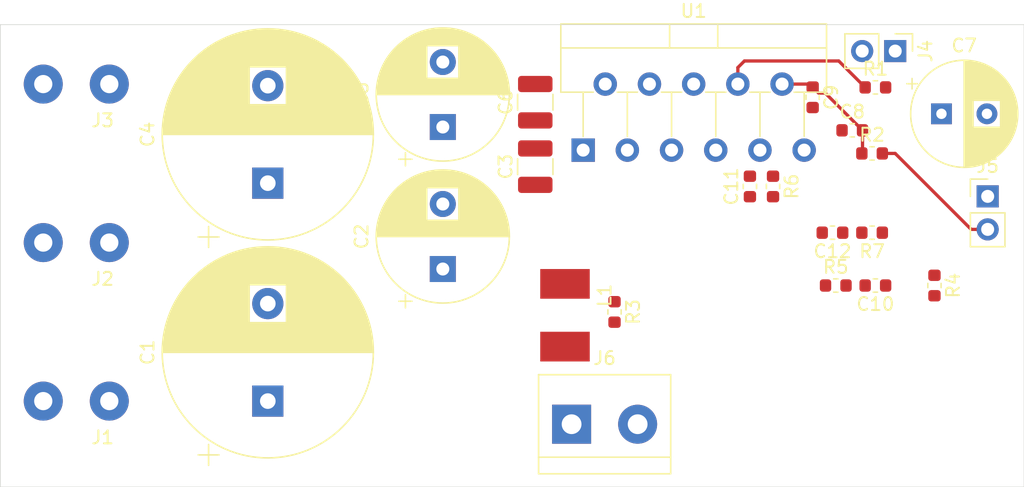
<source format=kicad_pcb>
(kicad_pcb (version 20171130) (host pcbnew "(5.1.2-1)-1")

  (general
    (thickness 1.6)
    (drawings 4)
    (tracks 15)
    (zones 0)
    (modules 27)
    (nets 17)
  )

  (page A4)
  (layers
    (0 F.Cu signal)
    (31 B.Cu power)
    (33 F.Adhes user)
    (35 F.Paste user)
    (37 F.SilkS user)
    (39 F.Mask user)
    (40 Dwgs.User user)
    (41 Cmts.User user)
    (42 Eco1.User user)
    (43 Eco2.User user)
    (44 Edge.Cuts user)
    (45 Margin user)
    (46 B.CrtYd user hide)
    (47 F.CrtYd user)
    (49 F.Fab user hide)
  )

  (setup
    (last_trace_width 0.25)
    (user_trace_width 0.762)
    (trace_clearance 0.2)
    (zone_clearance 0.508)
    (zone_45_only no)
    (trace_min 0.2)
    (via_size 0.8)
    (via_drill 0.4)
    (via_min_size 0.4)
    (via_min_drill 0.3)
    (user_via 1.016 0.762)
    (uvia_size 0.3)
    (uvia_drill 0.1)
    (uvias_allowed no)
    (uvia_min_size 0.2)
    (uvia_min_drill 0.1)
    (edge_width 0.05)
    (segment_width 0.2)
    (pcb_text_width 0.3)
    (pcb_text_size 1.5 1.5)
    (mod_edge_width 0.12)
    (mod_text_size 1 1)
    (mod_text_width 0.15)
    (pad_size 1.524 1.524)
    (pad_drill 0.762)
    (pad_to_mask_clearance 0.051)
    (solder_mask_min_width 0.25)
    (aux_axis_origin 0 0)
    (visible_elements FFFFFF7F)
    (pcbplotparams
      (layerselection 0x010fc_ffffffff)
      (usegerberextensions false)
      (usegerberattributes false)
      (usegerberadvancedattributes false)
      (creategerberjobfile false)
      (excludeedgelayer true)
      (linewidth 0.100000)
      (plotframeref false)
      (viasonmask false)
      (mode 1)
      (useauxorigin false)
      (hpglpennumber 1)
      (hpglpenspeed 20)
      (hpglpendiameter 15.000000)
      (psnegative false)
      (psa4output false)
      (plotreference true)
      (plotvalue true)
      (plotinvisibletext false)
      (padsonsilk false)
      (subtractmaskfromsilk false)
      (outputformat 1)
      (mirror false)
      (drillshape 1)
      (scaleselection 1)
      (outputdirectory ""))
  )

  (net 0 "")
  (net 1 GND)
  (net 2 VCC)
  (net 3 VEE)
  (net 4 "Net-(C7-Pad1)")
  (net 5 "Net-(C10-Pad1)")
  (net 6 "Net-(C10-Pad2)")
  (net 7 "Net-(C11-Pad1)")
  (net 8 "Net-(C12-Pad1)")
  (net 9 "Net-(J4-Pad1)")
  (net 10 "Net-(L1-Pad1)")
  (net 11 "Net-(U1-Pad11)")
  (net 12 "Net-(U1-Pad6)")
  (net 13 "Net-(U1-Pad2)")
  (net 14 "Net-(C8-Pad2)")
  (net 15 "Net-(J5-Pad2)")
  (net 16 "Net-(J6-Pad1)")

  (net_class Default "This is the default net class."
    (clearance 0.2)
    (trace_width 0.25)
    (via_dia 0.8)
    (via_drill 0.4)
    (uvia_dia 0.3)
    (uvia_drill 0.1)
    (add_net GND)
    (add_net "Net-(C10-Pad1)")
    (add_net "Net-(C10-Pad2)")
    (add_net "Net-(C11-Pad1)")
    (add_net "Net-(C12-Pad1)")
    (add_net "Net-(C7-Pad1)")
    (add_net "Net-(C8-Pad2)")
    (add_net "Net-(J4-Pad1)")
    (add_net "Net-(J5-Pad2)")
    (add_net "Net-(J6-Pad1)")
    (add_net "Net-(L1-Pad1)")
    (add_net "Net-(U1-Pad11)")
    (add_net "Net-(U1-Pad2)")
    (add_net "Net-(U1-Pad6)")
    (add_net VCC)
    (add_net VEE)
  )

  (module Capacitor_SMD:C_0603_1608Metric (layer F.Cu) (tedit 5B301BBE) (tstamp 5EEF9C1F)
    (at 156.718 88.646 90)
    (descr "Capacitor SMD 0603 (1608 Metric), square (rectangular) end terminal, IPC_7351 nominal, (Body size source: http://www.tortai-tech.com/upload/download/2011102023233369053.pdf), generated with kicad-footprint-generator")
    (tags capacitor)
    (path /5EE5EB47)
    (attr smd)
    (fp_text reference C11 (at 0 -1.43 90) (layer F.SilkS)
      (effects (font (size 1 1) (thickness 0.15)))
    )
    (fp_text value 0.1uF (at 0 1.43 90) (layer F.Fab)
      (effects (font (size 1 1) (thickness 0.15)))
    )
    (fp_line (start -0.8 0.4) (end -0.8 -0.4) (layer F.Fab) (width 0.1))
    (fp_line (start -0.8 -0.4) (end 0.8 -0.4) (layer F.Fab) (width 0.1))
    (fp_line (start 0.8 -0.4) (end 0.8 0.4) (layer F.Fab) (width 0.1))
    (fp_line (start 0.8 0.4) (end -0.8 0.4) (layer F.Fab) (width 0.1))
    (fp_line (start -0.162779 -0.51) (end 0.162779 -0.51) (layer F.SilkS) (width 0.12))
    (fp_line (start -0.162779 0.51) (end 0.162779 0.51) (layer F.SilkS) (width 0.12))
    (fp_line (start -1.48 0.73) (end -1.48 -0.73) (layer F.CrtYd) (width 0.05))
    (fp_line (start -1.48 -0.73) (end 1.48 -0.73) (layer F.CrtYd) (width 0.05))
    (fp_line (start 1.48 -0.73) (end 1.48 0.73) (layer F.CrtYd) (width 0.05))
    (fp_line (start 1.48 0.73) (end -1.48 0.73) (layer F.CrtYd) (width 0.05))
    (fp_text user %R (at 0 0 90) (layer F.Fab)
      (effects (font (size 0.4 0.4) (thickness 0.06)))
    )
    (pad 1 smd roundrect (at -0.7875 0 90) (size 0.875 0.95) (layers F.Cu F.Paste F.Mask) (roundrect_rratio 0.25)
      (net 7 "Net-(C11-Pad1)"))
    (pad 2 smd roundrect (at 0.7875 0 90) (size 0.875 0.95) (layers F.Cu F.Paste F.Mask) (roundrect_rratio 0.25)
      (net 1 GND))
    (model ${KISYS3DMOD}/Capacitor_SMD.3dshapes/C_0603_1608Metric.wrl
      (at (xyz 0 0 0))
      (scale (xyz 1 1 1))
      (rotate (xyz 0 0 0))
    )
  )

  (module TerminalBlock:TerminalBlock_bornier-2_P5.08mm (layer F.Cu) (tedit 59FF03AB) (tstamp 5EEAEDB4)
    (at 143.002 106.934)
    (descr "simple 2-pin terminal block, pitch 5.08mm, revamped version of bornier2")
    (tags "terminal block bornier2")
    (path /5EEC8473)
    (fp_text reference J6 (at 2.54 -5.08) (layer F.SilkS)
      (effects (font (size 1 1) (thickness 0.15)))
    )
    (fp_text value Screw_Terminal_01x02 (at 2.54 5.08) (layer F.Fab)
      (effects (font (size 1 1) (thickness 0.15)))
    )
    (fp_line (start 7.79 4) (end -2.71 4) (layer F.CrtYd) (width 0.05))
    (fp_line (start 7.79 4) (end 7.79 -4) (layer F.CrtYd) (width 0.05))
    (fp_line (start -2.71 -4) (end -2.71 4) (layer F.CrtYd) (width 0.05))
    (fp_line (start -2.71 -4) (end 7.79 -4) (layer F.CrtYd) (width 0.05))
    (fp_line (start -2.54 3.81) (end 7.62 3.81) (layer F.SilkS) (width 0.12))
    (fp_line (start -2.54 -3.81) (end -2.54 3.81) (layer F.SilkS) (width 0.12))
    (fp_line (start 7.62 -3.81) (end -2.54 -3.81) (layer F.SilkS) (width 0.12))
    (fp_line (start 7.62 3.81) (end 7.62 -3.81) (layer F.SilkS) (width 0.12))
    (fp_line (start 7.62 2.54) (end -2.54 2.54) (layer F.SilkS) (width 0.12))
    (fp_line (start 7.54 -3.75) (end -2.46 -3.75) (layer F.Fab) (width 0.1))
    (fp_line (start 7.54 3.75) (end 7.54 -3.75) (layer F.Fab) (width 0.1))
    (fp_line (start -2.46 3.75) (end 7.54 3.75) (layer F.Fab) (width 0.1))
    (fp_line (start -2.46 -3.75) (end -2.46 3.75) (layer F.Fab) (width 0.1))
    (fp_line (start -2.41 2.55) (end 7.49 2.55) (layer F.Fab) (width 0.1))
    (fp_text user %R (at 2.54 0) (layer F.Fab)
      (effects (font (size 1 1) (thickness 0.15)))
    )
    (pad 2 thru_hole circle (at 5.08 0) (size 3 3) (drill 1.52) (layers *.Cu *.Mask)
      (net 1 GND))
    (pad 1 thru_hole rect (at 0 0) (size 3 3) (drill 1.52) (layers *.Cu *.Mask)
      (net 16 "Net-(J6-Pad1)"))
    (model ${KISYS3DMOD}/TerminalBlock.3dshapes/TerminalBlock_bornier-2_P5.08mm.wrl
      (offset (xyz 2.539999961853027 0 0))
      (scale (xyz 1 1 1))
      (rotate (xyz 0 0 0))
    )
  )

  (module Package_TO_SOT_THT:TO-220-11_P3.4x5.08mm_StaggerOdd_Lead4.85mm_Vertical (layer F.Cu) (tedit 5AF05A31) (tstamp 5EE85D21)
    (at 143.891 85.852)
    (descr "TO-220-11, Vertical, RM 1.7mm, staggered type-1, see http://www.st.com/resource/en/datasheet/tda7391lv.pdf")
    (tags "TO-220-11 Vertical RM 1.7mm staggered type-1")
    (path /5EDEF8D5)
    (fp_text reference U1 (at 8.5 -10.7) (layer F.SilkS)
      (effects (font (size 1 1) (thickness 0.15)))
    )
    (fp_text value LM3886 (at 8.5 2.15) (layer F.Fab)
      (effects (font (size 1 1) (thickness 0.15)))
    )
    (fp_text user %R (at 8.5 -10.7) (layer F.Fab)
      (effects (font (size 1 1) (thickness 0.15)))
    )
    (fp_line (start 18.85 -9.83) (end -1.85 -9.83) (layer F.CrtYd) (width 0.05))
    (fp_line (start 18.85 1.16) (end 18.85 -9.83) (layer F.CrtYd) (width 0.05))
    (fp_line (start -1.85 1.16) (end 18.85 1.16) (layer F.CrtYd) (width 0.05))
    (fp_line (start -1.85 -9.83) (end -1.85 1.16) (layer F.CrtYd) (width 0.05))
    (fp_line (start 17 -4.459) (end 17 -1.065) (layer F.SilkS) (width 0.12))
    (fp_line (start 13.6 -4.459) (end 13.6 -1.065) (layer F.SilkS) (width 0.12))
    (fp_line (start 10.2 -4.459) (end 10.2 -1.065) (layer F.SilkS) (width 0.12))
    (fp_line (start 6.8 -4.459) (end 6.8 -1.065) (layer F.SilkS) (width 0.12))
    (fp_line (start 3.4 -4.459) (end 3.4 -1.065) (layer F.SilkS) (width 0.12))
    (fp_line (start 0 -4.459) (end 0 -1.05) (layer F.SilkS) (width 0.12))
    (fp_line (start 10.35 -9.7) (end 10.35 -7.86) (layer F.SilkS) (width 0.12))
    (fp_line (start 6.65 -9.7) (end 6.65 -7.86) (layer F.SilkS) (width 0.12))
    (fp_line (start -1.72 -7.86) (end 18.72 -7.86) (layer F.SilkS) (width 0.12))
    (fp_line (start 18.72 -9.7) (end 18.72 -4.459) (layer F.SilkS) (width 0.12))
    (fp_line (start -1.72 -9.7) (end -1.72 -4.459) (layer F.SilkS) (width 0.12))
    (fp_line (start 16.225 -4.459) (end 18.72 -4.459) (layer F.SilkS) (width 0.12))
    (fp_line (start 12.825 -4.459) (end 14.376 -4.459) (layer F.SilkS) (width 0.12))
    (fp_line (start 9.425 -4.459) (end 10.976 -4.459) (layer F.SilkS) (width 0.12))
    (fp_line (start 6.025 -4.459) (end 7.576 -4.459) (layer F.SilkS) (width 0.12))
    (fp_line (start 2.625 -4.459) (end 4.176 -4.459) (layer F.SilkS) (width 0.12))
    (fp_line (start -1.72 -4.459) (end 0.776 -4.459) (layer F.SilkS) (width 0.12))
    (fp_line (start -1.72 -9.7) (end 18.72 -9.7) (layer F.SilkS) (width 0.12))
    (fp_line (start 17 -4.58) (end 17 0) (layer F.Fab) (width 0.1))
    (fp_line (start 13.6 -4.58) (end 13.6 0) (layer F.Fab) (width 0.1))
    (fp_line (start 10.2 -4.58) (end 10.2 0) (layer F.Fab) (width 0.1))
    (fp_line (start 6.8 -4.58) (end 6.8 0) (layer F.Fab) (width 0.1))
    (fp_line (start 3.4 -4.58) (end 3.4 0) (layer F.Fab) (width 0.1))
    (fp_line (start 0 -4.58) (end 0 0) (layer F.Fab) (width 0.1))
    (fp_line (start 10.35 -9.58) (end 10.35 -7.98) (layer F.Fab) (width 0.1))
    (fp_line (start 6.65 -9.58) (end 6.65 -7.98) (layer F.Fab) (width 0.1))
    (fp_line (start -1.6 -7.98) (end 18.6 -7.98) (layer F.Fab) (width 0.1))
    (fp_line (start 18.6 -9.58) (end -1.6 -9.58) (layer F.Fab) (width 0.1))
    (fp_line (start 18.6 -4.58) (end 18.6 -9.58) (layer F.Fab) (width 0.1))
    (fp_line (start -1.6 -4.58) (end 18.6 -4.58) (layer F.Fab) (width 0.1))
    (fp_line (start -1.6 -9.58) (end -1.6 -4.58) (layer F.Fab) (width 0.1))
    (pad 11 thru_hole oval (at 17 0) (size 1.8 1.8) (drill 1) (layers *.Cu *.Mask)
      (net 11 "Net-(U1-Pad11)"))
    (pad 10 thru_hole oval (at 15.3 -5.08) (size 1.8 1.8) (drill 1) (layers *.Cu *.Mask)
      (net 14 "Net-(C8-Pad2)"))
    (pad 9 thru_hole oval (at 13.6 0) (size 1.8 1.8) (drill 1) (layers *.Cu *.Mask)
      (net 5 "Net-(C10-Pad1)"))
    (pad 8 thru_hole oval (at 11.9 -5.08) (size 1.8 1.8) (drill 1) (layers *.Cu *.Mask)
      (net 4 "Net-(C7-Pad1)"))
    (pad 7 thru_hole oval (at 10.2 0) (size 1.8 1.8) (drill 1) (layers *.Cu *.Mask)
      (net 1 GND))
    (pad 6 thru_hole oval (at 8.5 -5.08) (size 1.8 1.8) (drill 1) (layers *.Cu *.Mask)
      (net 12 "Net-(U1-Pad6)"))
    (pad 5 thru_hole oval (at 6.8 0) (size 1.8 1.8) (drill 1) (layers *.Cu *.Mask)
      (net 2 VCC))
    (pad 4 thru_hole oval (at 5.1 -5.08) (size 1.8 1.8) (drill 1) (layers *.Cu *.Mask)
      (net 3 VEE))
    (pad 3 thru_hole oval (at 3.4 0) (size 1.8 1.8) (drill 1) (layers *.Cu *.Mask)
      (net 10 "Net-(L1-Pad1)"))
    (pad 2 thru_hole oval (at 1.7 -5.08) (size 1.8 1.8) (drill 1) (layers *.Cu *.Mask)
      (net 13 "Net-(U1-Pad2)"))
    (pad 1 thru_hole rect (at 0 0) (size 1.8 1.8) (drill 1) (layers *.Cu *.Mask)
      (net 2 VCC))
    (model ${KISYS3DMOD}/Package_TO_SOT_THT.3dshapes/TO-220-11_P3.4x5.08mm_StaggerOdd_Lead4.85mm_Vertical.wrl
      (at (xyz 0 0 0))
      (scale (xyz 1 1 1))
      (rotate (xyz 0 0 0))
    )
  )

  (module Connector_PinHeader_2.54mm:PinHeader_1x02_P2.54mm_Vertical (layer F.Cu) (tedit 59FED5CC) (tstamp 5EEEEC2B)
    (at 167.894 78.232 270)
    (descr "Through hole straight pin header, 1x02, 2.54mm pitch, single row")
    (tags "Through hole pin header THT 1x02 2.54mm single row")
    (path /5EEB4E0E)
    (fp_text reference J4 (at 0 -2.33 90) (layer F.SilkS)
      (effects (font (size 1 1) (thickness 0.15)))
    )
    (fp_text value Conn_01x02 (at 0 4.87 90) (layer F.Fab)
      (effects (font (size 1 1) (thickness 0.15)))
    )
    (fp_text user %R (at 0 1.27) (layer F.Fab)
      (effects (font (size 1 1) (thickness 0.15)))
    )
    (fp_line (start 1.8 -1.8) (end -1.8 -1.8) (layer F.CrtYd) (width 0.05))
    (fp_line (start 1.8 4.35) (end 1.8 -1.8) (layer F.CrtYd) (width 0.05))
    (fp_line (start -1.8 4.35) (end 1.8 4.35) (layer F.CrtYd) (width 0.05))
    (fp_line (start -1.8 -1.8) (end -1.8 4.35) (layer F.CrtYd) (width 0.05))
    (fp_line (start -1.33 -1.33) (end 0 -1.33) (layer F.SilkS) (width 0.12))
    (fp_line (start -1.33 0) (end -1.33 -1.33) (layer F.SilkS) (width 0.12))
    (fp_line (start -1.33 1.27) (end 1.33 1.27) (layer F.SilkS) (width 0.12))
    (fp_line (start 1.33 1.27) (end 1.33 3.87) (layer F.SilkS) (width 0.12))
    (fp_line (start -1.33 1.27) (end -1.33 3.87) (layer F.SilkS) (width 0.12))
    (fp_line (start -1.33 3.87) (end 1.33 3.87) (layer F.SilkS) (width 0.12))
    (fp_line (start -1.27 -0.635) (end -0.635 -1.27) (layer F.Fab) (width 0.1))
    (fp_line (start -1.27 3.81) (end -1.27 -0.635) (layer F.Fab) (width 0.1))
    (fp_line (start 1.27 3.81) (end -1.27 3.81) (layer F.Fab) (width 0.1))
    (fp_line (start 1.27 -1.27) (end 1.27 3.81) (layer F.Fab) (width 0.1))
    (fp_line (start -0.635 -1.27) (end 1.27 -1.27) (layer F.Fab) (width 0.1))
    (pad 2 thru_hole oval (at 0 2.54 270) (size 1.7 1.7) (drill 1) (layers *.Cu *.Mask)
      (net 3 VEE))
    (pad 1 thru_hole rect (at 0 0 270) (size 1.7 1.7) (drill 1) (layers *.Cu *.Mask)
      (net 9 "Net-(J4-Pad1)"))
    (model ${KISYS3DMOD}/Connector_PinHeader_2.54mm.3dshapes/PinHeader_1x02_P2.54mm_Vertical.wrl
      (at (xyz 0 0 0))
      (scale (xyz 1 1 1))
      (rotate (xyz 0 0 0))
    )
  )

  (module Connector_QC_Blade_User:TE_QC_250_Male_Blade_P5.08 (layer F.Cu) (tedit 5EE9870F) (tstamp 5EE85C5C)
    (at 107.442 80.772 180)
    (descr "250 Series Quick Connect Male Blade (6.35 mm)")
    (tags "terminal block bornier2")
    (path /5EEB657B)
    (fp_text reference J3 (at 0.508 -2.794) (layer F.SilkS)
      (effects (font (size 1 1) (thickness 0.15)))
    )
    (fp_text value Screw_Terminal_01x02 (at 2.54 3.81) (layer F.Fab)
      (effects (font (size 1 1) (thickness 0.15)))
    )
    (fp_text user %R (at 2.54 0) (layer F.Fab)
      (effects (font (size 1 1) (thickness 0.15)))
    )
    (fp_line (start -1.778 -1.778) (end 6.858 -1.778) (layer F.CrtYd) (width 0.05))
    (fp_line (start -1.778 -1.778) (end -1.778 1.778) (layer F.CrtYd) (width 0.05))
    (fp_line (start 6.858 1.778) (end 6.858 -1.778) (layer F.CrtYd) (width 0.05))
    (fp_line (start 6.858 1.778) (end -1.778 1.778) (layer F.CrtYd) (width 0.05))
    (pad 1 thru_hole circle (at 0 0 180) (size 3 3) (drill 1.4) (layers *.Cu *.Mask)
      (net 3 VEE))
    (pad 2 thru_hole circle (at 5.08 0 180) (size 3 3) (drill 1.4) (layers *.Cu *.Mask)
      (net 3 VEE))
    (model ${KISYS3DMOD}/TerminalBlock.3dshapes/TerminalBlock_bornier-2_P5.08mm.wrl
      (offset (xyz 2.539999961853027 0 0))
      (scale (xyz 1 1 1))
      (rotate (xyz 0 0 0))
    )
  )

  (module Connector_QC_Blade_User:TE_QC_250_Male_Blade_P5.08 (layer F.Cu) (tedit 5EE9870F) (tstamp 5EE85C46)
    (at 107.442 92.964 180)
    (descr "250 Series Quick Connect Male Blade (6.35 mm)")
    (tags "terminal block bornier2")
    (path /5EEB4AC9)
    (fp_text reference J2 (at 0.508 -2.794) (layer F.SilkS)
      (effects (font (size 1 1) (thickness 0.15)))
    )
    (fp_text value Screw_Terminal_01x02 (at 2.54 3.81) (layer F.Fab)
      (effects (font (size 1 1) (thickness 0.15)))
    )
    (fp_text user %R (at 2.54 0) (layer F.Fab)
      (effects (font (size 1 1) (thickness 0.15)))
    )
    (fp_line (start -1.778 -1.778) (end 6.858 -1.778) (layer F.CrtYd) (width 0.05))
    (fp_line (start -1.778 -1.778) (end -1.778 1.778) (layer F.CrtYd) (width 0.05))
    (fp_line (start 6.858 1.778) (end 6.858 -1.778) (layer F.CrtYd) (width 0.05))
    (fp_line (start 6.858 1.778) (end -1.778 1.778) (layer F.CrtYd) (width 0.05))
    (pad 1 thru_hole circle (at 0 0 180) (size 3 3) (drill 1.4) (layers *.Cu *.Mask)
      (net 1 GND))
    (pad 2 thru_hole circle (at 5.08 0 180) (size 3 3) (drill 1.4) (layers *.Cu *.Mask)
      (net 1 GND))
    (model ${KISYS3DMOD}/TerminalBlock.3dshapes/TerminalBlock_bornier-2_P5.08mm.wrl
      (offset (xyz 2.539999961853027 0 0))
      (scale (xyz 1 1 1))
      (rotate (xyz 0 0 0))
    )
  )

  (module Connector_QC_Blade_User:TE_QC_250_Male_Blade_P5.08 (layer F.Cu) (tedit 5EE9870F) (tstamp 5EE85C30)
    (at 107.442 105.156 180)
    (descr "250 Series Quick Connect Male Blade (6.35 mm)")
    (tags "terminal block bornier2")
    (path /5EEB25A6)
    (fp_text reference J1 (at 0.508 -2.794) (layer F.SilkS)
      (effects (font (size 1 1) (thickness 0.15)))
    )
    (fp_text value Screw_Terminal_01x02 (at 2.54 3.81) (layer F.Fab)
      (effects (font (size 1 1) (thickness 0.15)))
    )
    (fp_text user %R (at 2.54 0) (layer F.Fab)
      (effects (font (size 1 1) (thickness 0.15)))
    )
    (fp_line (start -1.778 -1.778) (end 6.858 -1.778) (layer F.CrtYd) (width 0.05))
    (fp_line (start -1.778 -1.778) (end -1.778 1.778) (layer F.CrtYd) (width 0.05))
    (fp_line (start 6.858 1.778) (end 6.858 -1.778) (layer F.CrtYd) (width 0.05))
    (fp_line (start 6.858 1.778) (end -1.778 1.778) (layer F.CrtYd) (width 0.05))
    (pad 1 thru_hole circle (at 0 0 180) (size 3 3) (drill 1.4) (layers *.Cu *.Mask)
      (net 2 VCC))
    (pad 2 thru_hole circle (at 5.08 0 180) (size 3 3) (drill 1.4) (layers *.Cu *.Mask)
      (net 2 VCC))
    (model ${KISYS3DMOD}/TerminalBlock.3dshapes/TerminalBlock_bornier-2_P5.08mm.wrl
      (offset (xyz 2.539999961853027 0 0))
      (scale (xyz 1 1 1))
      (rotate (xyz 0 0 0))
    )
  )

  (module Capacitor_THT:CP_Radial_D8.0mm_P3.50mm (layer F.Cu) (tedit 5AE50EF0) (tstamp 5EE85B2D)
    (at 171.45 83.058)
    (descr "CP, Radial series, Radial, pin pitch=3.50mm, , diameter=8mm, Electrolytic Capacitor")
    (tags "CP Radial series Radial pin pitch 3.50mm  diameter 8mm Electrolytic Capacitor")
    (path /5EE4802C)
    (fp_text reference C7 (at 1.75 -5.25) (layer F.SilkS)
      (effects (font (size 1 1) (thickness 0.15)))
    )
    (fp_text value 100uF (at 1.75 5.25) (layer F.Fab)
      (effects (font (size 1 1) (thickness 0.15)))
    )
    (fp_text user %R (at 1.75 0) (layer F.Fab)
      (effects (font (size 1 1) (thickness 0.15)))
    )
    (fp_line (start -2.259698 -2.715) (end -2.259698 -1.915) (layer F.SilkS) (width 0.12))
    (fp_line (start -2.659698 -2.315) (end -1.859698 -2.315) (layer F.SilkS) (width 0.12))
    (fp_line (start 5.831 -0.533) (end 5.831 0.533) (layer F.SilkS) (width 0.12))
    (fp_line (start 5.791 -0.768) (end 5.791 0.768) (layer F.SilkS) (width 0.12))
    (fp_line (start 5.751 -0.948) (end 5.751 0.948) (layer F.SilkS) (width 0.12))
    (fp_line (start 5.711 -1.098) (end 5.711 1.098) (layer F.SilkS) (width 0.12))
    (fp_line (start 5.671 -1.229) (end 5.671 1.229) (layer F.SilkS) (width 0.12))
    (fp_line (start 5.631 -1.346) (end 5.631 1.346) (layer F.SilkS) (width 0.12))
    (fp_line (start 5.591 -1.453) (end 5.591 1.453) (layer F.SilkS) (width 0.12))
    (fp_line (start 5.551 -1.552) (end 5.551 1.552) (layer F.SilkS) (width 0.12))
    (fp_line (start 5.511 -1.645) (end 5.511 1.645) (layer F.SilkS) (width 0.12))
    (fp_line (start 5.471 -1.731) (end 5.471 1.731) (layer F.SilkS) (width 0.12))
    (fp_line (start 5.431 -1.813) (end 5.431 1.813) (layer F.SilkS) (width 0.12))
    (fp_line (start 5.391 -1.89) (end 5.391 1.89) (layer F.SilkS) (width 0.12))
    (fp_line (start 5.351 -1.964) (end 5.351 1.964) (layer F.SilkS) (width 0.12))
    (fp_line (start 5.311 -2.034) (end 5.311 2.034) (layer F.SilkS) (width 0.12))
    (fp_line (start 5.271 -2.102) (end 5.271 2.102) (layer F.SilkS) (width 0.12))
    (fp_line (start 5.231 -2.166) (end 5.231 2.166) (layer F.SilkS) (width 0.12))
    (fp_line (start 5.191 -2.228) (end 5.191 2.228) (layer F.SilkS) (width 0.12))
    (fp_line (start 5.151 -2.287) (end 5.151 2.287) (layer F.SilkS) (width 0.12))
    (fp_line (start 5.111 -2.345) (end 5.111 2.345) (layer F.SilkS) (width 0.12))
    (fp_line (start 5.071 -2.4) (end 5.071 2.4) (layer F.SilkS) (width 0.12))
    (fp_line (start 5.031 -2.454) (end 5.031 2.454) (layer F.SilkS) (width 0.12))
    (fp_line (start 4.991 -2.505) (end 4.991 2.505) (layer F.SilkS) (width 0.12))
    (fp_line (start 4.951 -2.556) (end 4.951 2.556) (layer F.SilkS) (width 0.12))
    (fp_line (start 4.911 -2.604) (end 4.911 2.604) (layer F.SilkS) (width 0.12))
    (fp_line (start 4.871 -2.651) (end 4.871 2.651) (layer F.SilkS) (width 0.12))
    (fp_line (start 4.831 -2.697) (end 4.831 2.697) (layer F.SilkS) (width 0.12))
    (fp_line (start 4.791 -2.741) (end 4.791 2.741) (layer F.SilkS) (width 0.12))
    (fp_line (start 4.751 -2.784) (end 4.751 2.784) (layer F.SilkS) (width 0.12))
    (fp_line (start 4.711 -2.826) (end 4.711 2.826) (layer F.SilkS) (width 0.12))
    (fp_line (start 4.671 -2.867) (end 4.671 2.867) (layer F.SilkS) (width 0.12))
    (fp_line (start 4.631 -2.907) (end 4.631 2.907) (layer F.SilkS) (width 0.12))
    (fp_line (start 4.591 -2.945) (end 4.591 2.945) (layer F.SilkS) (width 0.12))
    (fp_line (start 4.551 -2.983) (end 4.551 2.983) (layer F.SilkS) (width 0.12))
    (fp_line (start 4.511 1.04) (end 4.511 3.019) (layer F.SilkS) (width 0.12))
    (fp_line (start 4.511 -3.019) (end 4.511 -1.04) (layer F.SilkS) (width 0.12))
    (fp_line (start 4.471 1.04) (end 4.471 3.055) (layer F.SilkS) (width 0.12))
    (fp_line (start 4.471 -3.055) (end 4.471 -1.04) (layer F.SilkS) (width 0.12))
    (fp_line (start 4.431 1.04) (end 4.431 3.09) (layer F.SilkS) (width 0.12))
    (fp_line (start 4.431 -3.09) (end 4.431 -1.04) (layer F.SilkS) (width 0.12))
    (fp_line (start 4.391 1.04) (end 4.391 3.124) (layer F.SilkS) (width 0.12))
    (fp_line (start 4.391 -3.124) (end 4.391 -1.04) (layer F.SilkS) (width 0.12))
    (fp_line (start 4.351 1.04) (end 4.351 3.156) (layer F.SilkS) (width 0.12))
    (fp_line (start 4.351 -3.156) (end 4.351 -1.04) (layer F.SilkS) (width 0.12))
    (fp_line (start 4.311 1.04) (end 4.311 3.189) (layer F.SilkS) (width 0.12))
    (fp_line (start 4.311 -3.189) (end 4.311 -1.04) (layer F.SilkS) (width 0.12))
    (fp_line (start 4.271 1.04) (end 4.271 3.22) (layer F.SilkS) (width 0.12))
    (fp_line (start 4.271 -3.22) (end 4.271 -1.04) (layer F.SilkS) (width 0.12))
    (fp_line (start 4.231 1.04) (end 4.231 3.25) (layer F.SilkS) (width 0.12))
    (fp_line (start 4.231 -3.25) (end 4.231 -1.04) (layer F.SilkS) (width 0.12))
    (fp_line (start 4.191 1.04) (end 4.191 3.28) (layer F.SilkS) (width 0.12))
    (fp_line (start 4.191 -3.28) (end 4.191 -1.04) (layer F.SilkS) (width 0.12))
    (fp_line (start 4.151 1.04) (end 4.151 3.309) (layer F.SilkS) (width 0.12))
    (fp_line (start 4.151 -3.309) (end 4.151 -1.04) (layer F.SilkS) (width 0.12))
    (fp_line (start 4.111 1.04) (end 4.111 3.338) (layer F.SilkS) (width 0.12))
    (fp_line (start 4.111 -3.338) (end 4.111 -1.04) (layer F.SilkS) (width 0.12))
    (fp_line (start 4.071 1.04) (end 4.071 3.365) (layer F.SilkS) (width 0.12))
    (fp_line (start 4.071 -3.365) (end 4.071 -1.04) (layer F.SilkS) (width 0.12))
    (fp_line (start 4.031 1.04) (end 4.031 3.392) (layer F.SilkS) (width 0.12))
    (fp_line (start 4.031 -3.392) (end 4.031 -1.04) (layer F.SilkS) (width 0.12))
    (fp_line (start 3.991 1.04) (end 3.991 3.418) (layer F.SilkS) (width 0.12))
    (fp_line (start 3.991 -3.418) (end 3.991 -1.04) (layer F.SilkS) (width 0.12))
    (fp_line (start 3.951 1.04) (end 3.951 3.444) (layer F.SilkS) (width 0.12))
    (fp_line (start 3.951 -3.444) (end 3.951 -1.04) (layer F.SilkS) (width 0.12))
    (fp_line (start 3.911 1.04) (end 3.911 3.469) (layer F.SilkS) (width 0.12))
    (fp_line (start 3.911 -3.469) (end 3.911 -1.04) (layer F.SilkS) (width 0.12))
    (fp_line (start 3.871 1.04) (end 3.871 3.493) (layer F.SilkS) (width 0.12))
    (fp_line (start 3.871 -3.493) (end 3.871 -1.04) (layer F.SilkS) (width 0.12))
    (fp_line (start 3.831 1.04) (end 3.831 3.517) (layer F.SilkS) (width 0.12))
    (fp_line (start 3.831 -3.517) (end 3.831 -1.04) (layer F.SilkS) (width 0.12))
    (fp_line (start 3.791 1.04) (end 3.791 3.54) (layer F.SilkS) (width 0.12))
    (fp_line (start 3.791 -3.54) (end 3.791 -1.04) (layer F.SilkS) (width 0.12))
    (fp_line (start 3.751 1.04) (end 3.751 3.562) (layer F.SilkS) (width 0.12))
    (fp_line (start 3.751 -3.562) (end 3.751 -1.04) (layer F.SilkS) (width 0.12))
    (fp_line (start 3.711 1.04) (end 3.711 3.584) (layer F.SilkS) (width 0.12))
    (fp_line (start 3.711 -3.584) (end 3.711 -1.04) (layer F.SilkS) (width 0.12))
    (fp_line (start 3.671 1.04) (end 3.671 3.606) (layer F.SilkS) (width 0.12))
    (fp_line (start 3.671 -3.606) (end 3.671 -1.04) (layer F.SilkS) (width 0.12))
    (fp_line (start 3.631 1.04) (end 3.631 3.627) (layer F.SilkS) (width 0.12))
    (fp_line (start 3.631 -3.627) (end 3.631 -1.04) (layer F.SilkS) (width 0.12))
    (fp_line (start 3.591 1.04) (end 3.591 3.647) (layer F.SilkS) (width 0.12))
    (fp_line (start 3.591 -3.647) (end 3.591 -1.04) (layer F.SilkS) (width 0.12))
    (fp_line (start 3.551 1.04) (end 3.551 3.666) (layer F.SilkS) (width 0.12))
    (fp_line (start 3.551 -3.666) (end 3.551 -1.04) (layer F.SilkS) (width 0.12))
    (fp_line (start 3.511 1.04) (end 3.511 3.686) (layer F.SilkS) (width 0.12))
    (fp_line (start 3.511 -3.686) (end 3.511 -1.04) (layer F.SilkS) (width 0.12))
    (fp_line (start 3.471 1.04) (end 3.471 3.704) (layer F.SilkS) (width 0.12))
    (fp_line (start 3.471 -3.704) (end 3.471 -1.04) (layer F.SilkS) (width 0.12))
    (fp_line (start 3.431 1.04) (end 3.431 3.722) (layer F.SilkS) (width 0.12))
    (fp_line (start 3.431 -3.722) (end 3.431 -1.04) (layer F.SilkS) (width 0.12))
    (fp_line (start 3.391 1.04) (end 3.391 3.74) (layer F.SilkS) (width 0.12))
    (fp_line (start 3.391 -3.74) (end 3.391 -1.04) (layer F.SilkS) (width 0.12))
    (fp_line (start 3.351 1.04) (end 3.351 3.757) (layer F.SilkS) (width 0.12))
    (fp_line (start 3.351 -3.757) (end 3.351 -1.04) (layer F.SilkS) (width 0.12))
    (fp_line (start 3.311 1.04) (end 3.311 3.774) (layer F.SilkS) (width 0.12))
    (fp_line (start 3.311 -3.774) (end 3.311 -1.04) (layer F.SilkS) (width 0.12))
    (fp_line (start 3.271 1.04) (end 3.271 3.79) (layer F.SilkS) (width 0.12))
    (fp_line (start 3.271 -3.79) (end 3.271 -1.04) (layer F.SilkS) (width 0.12))
    (fp_line (start 3.231 1.04) (end 3.231 3.805) (layer F.SilkS) (width 0.12))
    (fp_line (start 3.231 -3.805) (end 3.231 -1.04) (layer F.SilkS) (width 0.12))
    (fp_line (start 3.191 1.04) (end 3.191 3.821) (layer F.SilkS) (width 0.12))
    (fp_line (start 3.191 -3.821) (end 3.191 -1.04) (layer F.SilkS) (width 0.12))
    (fp_line (start 3.151 1.04) (end 3.151 3.835) (layer F.SilkS) (width 0.12))
    (fp_line (start 3.151 -3.835) (end 3.151 -1.04) (layer F.SilkS) (width 0.12))
    (fp_line (start 3.111 1.04) (end 3.111 3.85) (layer F.SilkS) (width 0.12))
    (fp_line (start 3.111 -3.85) (end 3.111 -1.04) (layer F.SilkS) (width 0.12))
    (fp_line (start 3.071 1.04) (end 3.071 3.863) (layer F.SilkS) (width 0.12))
    (fp_line (start 3.071 -3.863) (end 3.071 -1.04) (layer F.SilkS) (width 0.12))
    (fp_line (start 3.031 1.04) (end 3.031 3.877) (layer F.SilkS) (width 0.12))
    (fp_line (start 3.031 -3.877) (end 3.031 -1.04) (layer F.SilkS) (width 0.12))
    (fp_line (start 2.991 1.04) (end 2.991 3.889) (layer F.SilkS) (width 0.12))
    (fp_line (start 2.991 -3.889) (end 2.991 -1.04) (layer F.SilkS) (width 0.12))
    (fp_line (start 2.951 1.04) (end 2.951 3.902) (layer F.SilkS) (width 0.12))
    (fp_line (start 2.951 -3.902) (end 2.951 -1.04) (layer F.SilkS) (width 0.12))
    (fp_line (start 2.911 1.04) (end 2.911 3.914) (layer F.SilkS) (width 0.12))
    (fp_line (start 2.911 -3.914) (end 2.911 -1.04) (layer F.SilkS) (width 0.12))
    (fp_line (start 2.871 1.04) (end 2.871 3.925) (layer F.SilkS) (width 0.12))
    (fp_line (start 2.871 -3.925) (end 2.871 -1.04) (layer F.SilkS) (width 0.12))
    (fp_line (start 2.831 1.04) (end 2.831 3.936) (layer F.SilkS) (width 0.12))
    (fp_line (start 2.831 -3.936) (end 2.831 -1.04) (layer F.SilkS) (width 0.12))
    (fp_line (start 2.791 1.04) (end 2.791 3.947) (layer F.SilkS) (width 0.12))
    (fp_line (start 2.791 -3.947) (end 2.791 -1.04) (layer F.SilkS) (width 0.12))
    (fp_line (start 2.751 1.04) (end 2.751 3.957) (layer F.SilkS) (width 0.12))
    (fp_line (start 2.751 -3.957) (end 2.751 -1.04) (layer F.SilkS) (width 0.12))
    (fp_line (start 2.711 1.04) (end 2.711 3.967) (layer F.SilkS) (width 0.12))
    (fp_line (start 2.711 -3.967) (end 2.711 -1.04) (layer F.SilkS) (width 0.12))
    (fp_line (start 2.671 1.04) (end 2.671 3.976) (layer F.SilkS) (width 0.12))
    (fp_line (start 2.671 -3.976) (end 2.671 -1.04) (layer F.SilkS) (width 0.12))
    (fp_line (start 2.631 1.04) (end 2.631 3.985) (layer F.SilkS) (width 0.12))
    (fp_line (start 2.631 -3.985) (end 2.631 -1.04) (layer F.SilkS) (width 0.12))
    (fp_line (start 2.591 1.04) (end 2.591 3.994) (layer F.SilkS) (width 0.12))
    (fp_line (start 2.591 -3.994) (end 2.591 -1.04) (layer F.SilkS) (width 0.12))
    (fp_line (start 2.551 1.04) (end 2.551 4.002) (layer F.SilkS) (width 0.12))
    (fp_line (start 2.551 -4.002) (end 2.551 -1.04) (layer F.SilkS) (width 0.12))
    (fp_line (start 2.511 1.04) (end 2.511 4.01) (layer F.SilkS) (width 0.12))
    (fp_line (start 2.511 -4.01) (end 2.511 -1.04) (layer F.SilkS) (width 0.12))
    (fp_line (start 2.471 1.04) (end 2.471 4.017) (layer F.SilkS) (width 0.12))
    (fp_line (start 2.471 -4.017) (end 2.471 -1.04) (layer F.SilkS) (width 0.12))
    (fp_line (start 2.43 -4.024) (end 2.43 4.024) (layer F.SilkS) (width 0.12))
    (fp_line (start 2.39 -4.03) (end 2.39 4.03) (layer F.SilkS) (width 0.12))
    (fp_line (start 2.35 -4.037) (end 2.35 4.037) (layer F.SilkS) (width 0.12))
    (fp_line (start 2.31 -4.042) (end 2.31 4.042) (layer F.SilkS) (width 0.12))
    (fp_line (start 2.27 -4.048) (end 2.27 4.048) (layer F.SilkS) (width 0.12))
    (fp_line (start 2.23 -4.052) (end 2.23 4.052) (layer F.SilkS) (width 0.12))
    (fp_line (start 2.19 -4.057) (end 2.19 4.057) (layer F.SilkS) (width 0.12))
    (fp_line (start 2.15 -4.061) (end 2.15 4.061) (layer F.SilkS) (width 0.12))
    (fp_line (start 2.11 -4.065) (end 2.11 4.065) (layer F.SilkS) (width 0.12))
    (fp_line (start 2.07 -4.068) (end 2.07 4.068) (layer F.SilkS) (width 0.12))
    (fp_line (start 2.03 -4.071) (end 2.03 4.071) (layer F.SilkS) (width 0.12))
    (fp_line (start 1.99 -4.074) (end 1.99 4.074) (layer F.SilkS) (width 0.12))
    (fp_line (start 1.95 -4.076) (end 1.95 4.076) (layer F.SilkS) (width 0.12))
    (fp_line (start 1.91 -4.077) (end 1.91 4.077) (layer F.SilkS) (width 0.12))
    (fp_line (start 1.87 -4.079) (end 1.87 4.079) (layer F.SilkS) (width 0.12))
    (fp_line (start 1.83 -4.08) (end 1.83 4.08) (layer F.SilkS) (width 0.12))
    (fp_line (start 1.79 -4.08) (end 1.79 4.08) (layer F.SilkS) (width 0.12))
    (fp_line (start 1.75 -4.08) (end 1.75 4.08) (layer F.SilkS) (width 0.12))
    (fp_line (start -1.276759 -2.1475) (end -1.276759 -1.3475) (layer F.Fab) (width 0.1))
    (fp_line (start -1.676759 -1.7475) (end -0.876759 -1.7475) (layer F.Fab) (width 0.1))
    (fp_circle (center 1.75 0) (end 6 0) (layer F.CrtYd) (width 0.05))
    (fp_circle (center 1.75 0) (end 5.87 0) (layer F.SilkS) (width 0.12))
    (fp_circle (center 1.75 0) (end 5.75 0) (layer F.Fab) (width 0.1))
    (pad 2 thru_hole circle (at 3.5 0) (size 1.6 1.6) (drill 0.8) (layers *.Cu *.Mask)
      (net 1 GND))
    (pad 1 thru_hole rect (at 0 0) (size 1.6 1.6) (drill 0.8) (layers *.Cu *.Mask)
      (net 4 "Net-(C7-Pad1)"))
    (model ${KISYS3DMOD}/Capacitor_THT.3dshapes/CP_Radial_D8.0mm_P3.50mm.wrl
      (at (xyz 0 0 0))
      (scale (xyz 1 1 1))
      (rotate (xyz 0 0 0))
    )
  )

  (module Capacitor_THT:CP_Radial_D10.0mm_P5.00mm (layer F.Cu) (tedit 5AE50EF1) (tstamp 5EE85B0B)
    (at 133.096 84.074 90)
    (descr "CP, Radial series, Radial, pin pitch=5.00mm, , diameter=10mm, Electrolytic Capacitor")
    (tags "CP Radial series Radial pin pitch 5.00mm  diameter 10mm Electrolytic Capacitor")
    (path /5EE4A479)
    (fp_text reference C5 (at 2.5 -6.25 90) (layer F.SilkS)
      (effects (font (size 1 1) (thickness 0.15)))
    )
    (fp_text value 22uF (at 2.5 6.25 90) (layer F.Fab)
      (effects (font (size 1 1) (thickness 0.15)))
    )
    (fp_text user %R (at 2.5 0 90) (layer F.Fab)
      (effects (font (size 1 1) (thickness 0.15)))
    )
    (fp_line (start -2.479646 -3.375) (end -2.479646 -2.375) (layer F.SilkS) (width 0.12))
    (fp_line (start -2.979646 -2.875) (end -1.979646 -2.875) (layer F.SilkS) (width 0.12))
    (fp_line (start 7.581 -0.599) (end 7.581 0.599) (layer F.SilkS) (width 0.12))
    (fp_line (start 7.541 -0.862) (end 7.541 0.862) (layer F.SilkS) (width 0.12))
    (fp_line (start 7.501 -1.062) (end 7.501 1.062) (layer F.SilkS) (width 0.12))
    (fp_line (start 7.461 -1.23) (end 7.461 1.23) (layer F.SilkS) (width 0.12))
    (fp_line (start 7.421 -1.378) (end 7.421 1.378) (layer F.SilkS) (width 0.12))
    (fp_line (start 7.381 -1.51) (end 7.381 1.51) (layer F.SilkS) (width 0.12))
    (fp_line (start 7.341 -1.63) (end 7.341 1.63) (layer F.SilkS) (width 0.12))
    (fp_line (start 7.301 -1.742) (end 7.301 1.742) (layer F.SilkS) (width 0.12))
    (fp_line (start 7.261 -1.846) (end 7.261 1.846) (layer F.SilkS) (width 0.12))
    (fp_line (start 7.221 -1.944) (end 7.221 1.944) (layer F.SilkS) (width 0.12))
    (fp_line (start 7.181 -2.037) (end 7.181 2.037) (layer F.SilkS) (width 0.12))
    (fp_line (start 7.141 -2.125) (end 7.141 2.125) (layer F.SilkS) (width 0.12))
    (fp_line (start 7.101 -2.209) (end 7.101 2.209) (layer F.SilkS) (width 0.12))
    (fp_line (start 7.061 -2.289) (end 7.061 2.289) (layer F.SilkS) (width 0.12))
    (fp_line (start 7.021 -2.365) (end 7.021 2.365) (layer F.SilkS) (width 0.12))
    (fp_line (start 6.981 -2.439) (end 6.981 2.439) (layer F.SilkS) (width 0.12))
    (fp_line (start 6.941 -2.51) (end 6.941 2.51) (layer F.SilkS) (width 0.12))
    (fp_line (start 6.901 -2.579) (end 6.901 2.579) (layer F.SilkS) (width 0.12))
    (fp_line (start 6.861 -2.645) (end 6.861 2.645) (layer F.SilkS) (width 0.12))
    (fp_line (start 6.821 -2.709) (end 6.821 2.709) (layer F.SilkS) (width 0.12))
    (fp_line (start 6.781 -2.77) (end 6.781 2.77) (layer F.SilkS) (width 0.12))
    (fp_line (start 6.741 -2.83) (end 6.741 2.83) (layer F.SilkS) (width 0.12))
    (fp_line (start 6.701 -2.889) (end 6.701 2.889) (layer F.SilkS) (width 0.12))
    (fp_line (start 6.661 -2.945) (end 6.661 2.945) (layer F.SilkS) (width 0.12))
    (fp_line (start 6.621 -3) (end 6.621 3) (layer F.SilkS) (width 0.12))
    (fp_line (start 6.581 -3.054) (end 6.581 3.054) (layer F.SilkS) (width 0.12))
    (fp_line (start 6.541 -3.106) (end 6.541 3.106) (layer F.SilkS) (width 0.12))
    (fp_line (start 6.501 -3.156) (end 6.501 3.156) (layer F.SilkS) (width 0.12))
    (fp_line (start 6.461 -3.206) (end 6.461 3.206) (layer F.SilkS) (width 0.12))
    (fp_line (start 6.421 -3.254) (end 6.421 3.254) (layer F.SilkS) (width 0.12))
    (fp_line (start 6.381 -3.301) (end 6.381 3.301) (layer F.SilkS) (width 0.12))
    (fp_line (start 6.341 -3.347) (end 6.341 3.347) (layer F.SilkS) (width 0.12))
    (fp_line (start 6.301 -3.392) (end 6.301 3.392) (layer F.SilkS) (width 0.12))
    (fp_line (start 6.261 -3.436) (end 6.261 3.436) (layer F.SilkS) (width 0.12))
    (fp_line (start 6.221 1.241) (end 6.221 3.478) (layer F.SilkS) (width 0.12))
    (fp_line (start 6.221 -3.478) (end 6.221 -1.241) (layer F.SilkS) (width 0.12))
    (fp_line (start 6.181 1.241) (end 6.181 3.52) (layer F.SilkS) (width 0.12))
    (fp_line (start 6.181 -3.52) (end 6.181 -1.241) (layer F.SilkS) (width 0.12))
    (fp_line (start 6.141 1.241) (end 6.141 3.561) (layer F.SilkS) (width 0.12))
    (fp_line (start 6.141 -3.561) (end 6.141 -1.241) (layer F.SilkS) (width 0.12))
    (fp_line (start 6.101 1.241) (end 6.101 3.601) (layer F.SilkS) (width 0.12))
    (fp_line (start 6.101 -3.601) (end 6.101 -1.241) (layer F.SilkS) (width 0.12))
    (fp_line (start 6.061 1.241) (end 6.061 3.64) (layer F.SilkS) (width 0.12))
    (fp_line (start 6.061 -3.64) (end 6.061 -1.241) (layer F.SilkS) (width 0.12))
    (fp_line (start 6.021 1.241) (end 6.021 3.679) (layer F.SilkS) (width 0.12))
    (fp_line (start 6.021 -3.679) (end 6.021 -1.241) (layer F.SilkS) (width 0.12))
    (fp_line (start 5.981 1.241) (end 5.981 3.716) (layer F.SilkS) (width 0.12))
    (fp_line (start 5.981 -3.716) (end 5.981 -1.241) (layer F.SilkS) (width 0.12))
    (fp_line (start 5.941 1.241) (end 5.941 3.753) (layer F.SilkS) (width 0.12))
    (fp_line (start 5.941 -3.753) (end 5.941 -1.241) (layer F.SilkS) (width 0.12))
    (fp_line (start 5.901 1.241) (end 5.901 3.789) (layer F.SilkS) (width 0.12))
    (fp_line (start 5.901 -3.789) (end 5.901 -1.241) (layer F.SilkS) (width 0.12))
    (fp_line (start 5.861 1.241) (end 5.861 3.824) (layer F.SilkS) (width 0.12))
    (fp_line (start 5.861 -3.824) (end 5.861 -1.241) (layer F.SilkS) (width 0.12))
    (fp_line (start 5.821 1.241) (end 5.821 3.858) (layer F.SilkS) (width 0.12))
    (fp_line (start 5.821 -3.858) (end 5.821 -1.241) (layer F.SilkS) (width 0.12))
    (fp_line (start 5.781 1.241) (end 5.781 3.892) (layer F.SilkS) (width 0.12))
    (fp_line (start 5.781 -3.892) (end 5.781 -1.241) (layer F.SilkS) (width 0.12))
    (fp_line (start 5.741 1.241) (end 5.741 3.925) (layer F.SilkS) (width 0.12))
    (fp_line (start 5.741 -3.925) (end 5.741 -1.241) (layer F.SilkS) (width 0.12))
    (fp_line (start 5.701 1.241) (end 5.701 3.957) (layer F.SilkS) (width 0.12))
    (fp_line (start 5.701 -3.957) (end 5.701 -1.241) (layer F.SilkS) (width 0.12))
    (fp_line (start 5.661 1.241) (end 5.661 3.989) (layer F.SilkS) (width 0.12))
    (fp_line (start 5.661 -3.989) (end 5.661 -1.241) (layer F.SilkS) (width 0.12))
    (fp_line (start 5.621 1.241) (end 5.621 4.02) (layer F.SilkS) (width 0.12))
    (fp_line (start 5.621 -4.02) (end 5.621 -1.241) (layer F.SilkS) (width 0.12))
    (fp_line (start 5.581 1.241) (end 5.581 4.05) (layer F.SilkS) (width 0.12))
    (fp_line (start 5.581 -4.05) (end 5.581 -1.241) (layer F.SilkS) (width 0.12))
    (fp_line (start 5.541 1.241) (end 5.541 4.08) (layer F.SilkS) (width 0.12))
    (fp_line (start 5.541 -4.08) (end 5.541 -1.241) (layer F.SilkS) (width 0.12))
    (fp_line (start 5.501 1.241) (end 5.501 4.11) (layer F.SilkS) (width 0.12))
    (fp_line (start 5.501 -4.11) (end 5.501 -1.241) (layer F.SilkS) (width 0.12))
    (fp_line (start 5.461 1.241) (end 5.461 4.138) (layer F.SilkS) (width 0.12))
    (fp_line (start 5.461 -4.138) (end 5.461 -1.241) (layer F.SilkS) (width 0.12))
    (fp_line (start 5.421 1.241) (end 5.421 4.166) (layer F.SilkS) (width 0.12))
    (fp_line (start 5.421 -4.166) (end 5.421 -1.241) (layer F.SilkS) (width 0.12))
    (fp_line (start 5.381 1.241) (end 5.381 4.194) (layer F.SilkS) (width 0.12))
    (fp_line (start 5.381 -4.194) (end 5.381 -1.241) (layer F.SilkS) (width 0.12))
    (fp_line (start 5.341 1.241) (end 5.341 4.221) (layer F.SilkS) (width 0.12))
    (fp_line (start 5.341 -4.221) (end 5.341 -1.241) (layer F.SilkS) (width 0.12))
    (fp_line (start 5.301 1.241) (end 5.301 4.247) (layer F.SilkS) (width 0.12))
    (fp_line (start 5.301 -4.247) (end 5.301 -1.241) (layer F.SilkS) (width 0.12))
    (fp_line (start 5.261 1.241) (end 5.261 4.273) (layer F.SilkS) (width 0.12))
    (fp_line (start 5.261 -4.273) (end 5.261 -1.241) (layer F.SilkS) (width 0.12))
    (fp_line (start 5.221 1.241) (end 5.221 4.298) (layer F.SilkS) (width 0.12))
    (fp_line (start 5.221 -4.298) (end 5.221 -1.241) (layer F.SilkS) (width 0.12))
    (fp_line (start 5.181 1.241) (end 5.181 4.323) (layer F.SilkS) (width 0.12))
    (fp_line (start 5.181 -4.323) (end 5.181 -1.241) (layer F.SilkS) (width 0.12))
    (fp_line (start 5.141 1.241) (end 5.141 4.347) (layer F.SilkS) (width 0.12))
    (fp_line (start 5.141 -4.347) (end 5.141 -1.241) (layer F.SilkS) (width 0.12))
    (fp_line (start 5.101 1.241) (end 5.101 4.371) (layer F.SilkS) (width 0.12))
    (fp_line (start 5.101 -4.371) (end 5.101 -1.241) (layer F.SilkS) (width 0.12))
    (fp_line (start 5.061 1.241) (end 5.061 4.395) (layer F.SilkS) (width 0.12))
    (fp_line (start 5.061 -4.395) (end 5.061 -1.241) (layer F.SilkS) (width 0.12))
    (fp_line (start 5.021 1.241) (end 5.021 4.417) (layer F.SilkS) (width 0.12))
    (fp_line (start 5.021 -4.417) (end 5.021 -1.241) (layer F.SilkS) (width 0.12))
    (fp_line (start 4.981 1.241) (end 4.981 4.44) (layer F.SilkS) (width 0.12))
    (fp_line (start 4.981 -4.44) (end 4.981 -1.241) (layer F.SilkS) (width 0.12))
    (fp_line (start 4.941 1.241) (end 4.941 4.462) (layer F.SilkS) (width 0.12))
    (fp_line (start 4.941 -4.462) (end 4.941 -1.241) (layer F.SilkS) (width 0.12))
    (fp_line (start 4.901 1.241) (end 4.901 4.483) (layer F.SilkS) (width 0.12))
    (fp_line (start 4.901 -4.483) (end 4.901 -1.241) (layer F.SilkS) (width 0.12))
    (fp_line (start 4.861 1.241) (end 4.861 4.504) (layer F.SilkS) (width 0.12))
    (fp_line (start 4.861 -4.504) (end 4.861 -1.241) (layer F.SilkS) (width 0.12))
    (fp_line (start 4.821 1.241) (end 4.821 4.525) (layer F.SilkS) (width 0.12))
    (fp_line (start 4.821 -4.525) (end 4.821 -1.241) (layer F.SilkS) (width 0.12))
    (fp_line (start 4.781 1.241) (end 4.781 4.545) (layer F.SilkS) (width 0.12))
    (fp_line (start 4.781 -4.545) (end 4.781 -1.241) (layer F.SilkS) (width 0.12))
    (fp_line (start 4.741 1.241) (end 4.741 4.564) (layer F.SilkS) (width 0.12))
    (fp_line (start 4.741 -4.564) (end 4.741 -1.241) (layer F.SilkS) (width 0.12))
    (fp_line (start 4.701 1.241) (end 4.701 4.584) (layer F.SilkS) (width 0.12))
    (fp_line (start 4.701 -4.584) (end 4.701 -1.241) (layer F.SilkS) (width 0.12))
    (fp_line (start 4.661 1.241) (end 4.661 4.603) (layer F.SilkS) (width 0.12))
    (fp_line (start 4.661 -4.603) (end 4.661 -1.241) (layer F.SilkS) (width 0.12))
    (fp_line (start 4.621 1.241) (end 4.621 4.621) (layer F.SilkS) (width 0.12))
    (fp_line (start 4.621 -4.621) (end 4.621 -1.241) (layer F.SilkS) (width 0.12))
    (fp_line (start 4.581 1.241) (end 4.581 4.639) (layer F.SilkS) (width 0.12))
    (fp_line (start 4.581 -4.639) (end 4.581 -1.241) (layer F.SilkS) (width 0.12))
    (fp_line (start 4.541 1.241) (end 4.541 4.657) (layer F.SilkS) (width 0.12))
    (fp_line (start 4.541 -4.657) (end 4.541 -1.241) (layer F.SilkS) (width 0.12))
    (fp_line (start 4.501 1.241) (end 4.501 4.674) (layer F.SilkS) (width 0.12))
    (fp_line (start 4.501 -4.674) (end 4.501 -1.241) (layer F.SilkS) (width 0.12))
    (fp_line (start 4.461 1.241) (end 4.461 4.69) (layer F.SilkS) (width 0.12))
    (fp_line (start 4.461 -4.69) (end 4.461 -1.241) (layer F.SilkS) (width 0.12))
    (fp_line (start 4.421 1.241) (end 4.421 4.707) (layer F.SilkS) (width 0.12))
    (fp_line (start 4.421 -4.707) (end 4.421 -1.241) (layer F.SilkS) (width 0.12))
    (fp_line (start 4.381 1.241) (end 4.381 4.723) (layer F.SilkS) (width 0.12))
    (fp_line (start 4.381 -4.723) (end 4.381 -1.241) (layer F.SilkS) (width 0.12))
    (fp_line (start 4.341 1.241) (end 4.341 4.738) (layer F.SilkS) (width 0.12))
    (fp_line (start 4.341 -4.738) (end 4.341 -1.241) (layer F.SilkS) (width 0.12))
    (fp_line (start 4.301 1.241) (end 4.301 4.754) (layer F.SilkS) (width 0.12))
    (fp_line (start 4.301 -4.754) (end 4.301 -1.241) (layer F.SilkS) (width 0.12))
    (fp_line (start 4.261 1.241) (end 4.261 4.768) (layer F.SilkS) (width 0.12))
    (fp_line (start 4.261 -4.768) (end 4.261 -1.241) (layer F.SilkS) (width 0.12))
    (fp_line (start 4.221 1.241) (end 4.221 4.783) (layer F.SilkS) (width 0.12))
    (fp_line (start 4.221 -4.783) (end 4.221 -1.241) (layer F.SilkS) (width 0.12))
    (fp_line (start 4.181 1.241) (end 4.181 4.797) (layer F.SilkS) (width 0.12))
    (fp_line (start 4.181 -4.797) (end 4.181 -1.241) (layer F.SilkS) (width 0.12))
    (fp_line (start 4.141 1.241) (end 4.141 4.811) (layer F.SilkS) (width 0.12))
    (fp_line (start 4.141 -4.811) (end 4.141 -1.241) (layer F.SilkS) (width 0.12))
    (fp_line (start 4.101 1.241) (end 4.101 4.824) (layer F.SilkS) (width 0.12))
    (fp_line (start 4.101 -4.824) (end 4.101 -1.241) (layer F.SilkS) (width 0.12))
    (fp_line (start 4.061 1.241) (end 4.061 4.837) (layer F.SilkS) (width 0.12))
    (fp_line (start 4.061 -4.837) (end 4.061 -1.241) (layer F.SilkS) (width 0.12))
    (fp_line (start 4.021 1.241) (end 4.021 4.85) (layer F.SilkS) (width 0.12))
    (fp_line (start 4.021 -4.85) (end 4.021 -1.241) (layer F.SilkS) (width 0.12))
    (fp_line (start 3.981 1.241) (end 3.981 4.862) (layer F.SilkS) (width 0.12))
    (fp_line (start 3.981 -4.862) (end 3.981 -1.241) (layer F.SilkS) (width 0.12))
    (fp_line (start 3.941 1.241) (end 3.941 4.874) (layer F.SilkS) (width 0.12))
    (fp_line (start 3.941 -4.874) (end 3.941 -1.241) (layer F.SilkS) (width 0.12))
    (fp_line (start 3.901 1.241) (end 3.901 4.885) (layer F.SilkS) (width 0.12))
    (fp_line (start 3.901 -4.885) (end 3.901 -1.241) (layer F.SilkS) (width 0.12))
    (fp_line (start 3.861 1.241) (end 3.861 4.897) (layer F.SilkS) (width 0.12))
    (fp_line (start 3.861 -4.897) (end 3.861 -1.241) (layer F.SilkS) (width 0.12))
    (fp_line (start 3.821 1.241) (end 3.821 4.907) (layer F.SilkS) (width 0.12))
    (fp_line (start 3.821 -4.907) (end 3.821 -1.241) (layer F.SilkS) (width 0.12))
    (fp_line (start 3.781 1.241) (end 3.781 4.918) (layer F.SilkS) (width 0.12))
    (fp_line (start 3.781 -4.918) (end 3.781 -1.241) (layer F.SilkS) (width 0.12))
    (fp_line (start 3.741 -4.928) (end 3.741 4.928) (layer F.SilkS) (width 0.12))
    (fp_line (start 3.701 -4.938) (end 3.701 4.938) (layer F.SilkS) (width 0.12))
    (fp_line (start 3.661 -4.947) (end 3.661 4.947) (layer F.SilkS) (width 0.12))
    (fp_line (start 3.621 -4.956) (end 3.621 4.956) (layer F.SilkS) (width 0.12))
    (fp_line (start 3.581 -4.965) (end 3.581 4.965) (layer F.SilkS) (width 0.12))
    (fp_line (start 3.541 -4.974) (end 3.541 4.974) (layer F.SilkS) (width 0.12))
    (fp_line (start 3.501 -4.982) (end 3.501 4.982) (layer F.SilkS) (width 0.12))
    (fp_line (start 3.461 -4.99) (end 3.461 4.99) (layer F.SilkS) (width 0.12))
    (fp_line (start 3.421 -4.997) (end 3.421 4.997) (layer F.SilkS) (width 0.12))
    (fp_line (start 3.381 -5.004) (end 3.381 5.004) (layer F.SilkS) (width 0.12))
    (fp_line (start 3.341 -5.011) (end 3.341 5.011) (layer F.SilkS) (width 0.12))
    (fp_line (start 3.301 -5.018) (end 3.301 5.018) (layer F.SilkS) (width 0.12))
    (fp_line (start 3.261 -5.024) (end 3.261 5.024) (layer F.SilkS) (width 0.12))
    (fp_line (start 3.221 -5.03) (end 3.221 5.03) (layer F.SilkS) (width 0.12))
    (fp_line (start 3.18 -5.035) (end 3.18 5.035) (layer F.SilkS) (width 0.12))
    (fp_line (start 3.14 -5.04) (end 3.14 5.04) (layer F.SilkS) (width 0.12))
    (fp_line (start 3.1 -5.045) (end 3.1 5.045) (layer F.SilkS) (width 0.12))
    (fp_line (start 3.06 -5.05) (end 3.06 5.05) (layer F.SilkS) (width 0.12))
    (fp_line (start 3.02 -5.054) (end 3.02 5.054) (layer F.SilkS) (width 0.12))
    (fp_line (start 2.98 -5.058) (end 2.98 5.058) (layer F.SilkS) (width 0.12))
    (fp_line (start 2.94 -5.062) (end 2.94 5.062) (layer F.SilkS) (width 0.12))
    (fp_line (start 2.9 -5.065) (end 2.9 5.065) (layer F.SilkS) (width 0.12))
    (fp_line (start 2.86 -5.068) (end 2.86 5.068) (layer F.SilkS) (width 0.12))
    (fp_line (start 2.82 -5.07) (end 2.82 5.07) (layer F.SilkS) (width 0.12))
    (fp_line (start 2.78 -5.073) (end 2.78 5.073) (layer F.SilkS) (width 0.12))
    (fp_line (start 2.74 -5.075) (end 2.74 5.075) (layer F.SilkS) (width 0.12))
    (fp_line (start 2.7 -5.077) (end 2.7 5.077) (layer F.SilkS) (width 0.12))
    (fp_line (start 2.66 -5.078) (end 2.66 5.078) (layer F.SilkS) (width 0.12))
    (fp_line (start 2.62 -5.079) (end 2.62 5.079) (layer F.SilkS) (width 0.12))
    (fp_line (start 2.58 -5.08) (end 2.58 5.08) (layer F.SilkS) (width 0.12))
    (fp_line (start 2.54 -5.08) (end 2.54 5.08) (layer F.SilkS) (width 0.12))
    (fp_line (start 2.5 -5.08) (end 2.5 5.08) (layer F.SilkS) (width 0.12))
    (fp_line (start -1.288861 -2.6875) (end -1.288861 -1.6875) (layer F.Fab) (width 0.1))
    (fp_line (start -1.788861 -2.1875) (end -0.788861 -2.1875) (layer F.Fab) (width 0.1))
    (fp_circle (center 2.5 0) (end 7.75 0) (layer F.CrtYd) (width 0.05))
    (fp_circle (center 2.5 0) (end 7.62 0) (layer F.SilkS) (width 0.12))
    (fp_circle (center 2.5 0) (end 7.5 0) (layer F.Fab) (width 0.1))
    (pad 2 thru_hole circle (at 5 0 90) (size 2 2) (drill 1) (layers *.Cu *.Mask)
      (net 3 VEE))
    (pad 1 thru_hole rect (at 0 0 90) (size 2 2) (drill 1) (layers *.Cu *.Mask)
      (net 1 GND))
    (model ${KISYS3DMOD}/Capacitor_THT.3dshapes/CP_Radial_D10.0mm_P5.00mm.wrl
      (at (xyz 0 0 0))
      (scale (xyz 1 1 1))
      (rotate (xyz 0 0 0))
    )
  )

  (module Capacitor_THT:CP_Radial_D16.0mm_P7.50mm (layer F.Cu) (tedit 5AE50EF1) (tstamp 5EE85AFA)
    (at 119.634 88.392 90)
    (descr "CP, Radial series, Radial, pin pitch=7.50mm, , diameter=16mm, Electrolytic Capacitor")
    (tags "CP Radial series Radial pin pitch 7.50mm  diameter 16mm Electrolytic Capacitor")
    (path /5EE47E8E)
    (fp_text reference C4 (at 3.75 -9.25 90) (layer F.SilkS)
      (effects (font (size 1 1) (thickness 0.15)))
    )
    (fp_text value 470uF (at 3.75 9.25 90) (layer F.Fab)
      (effects (font (size 1 1) (thickness 0.15)))
    )
    (fp_text user %R (at 3.75 0 90) (layer F.Fab)
      (effects (font (size 1 1) (thickness 0.15)))
    )
    (fp_line (start -4.139491 -5.355) (end -4.139491 -3.755) (layer F.SilkS) (width 0.12))
    (fp_line (start -4.939491 -4.555) (end -3.339491 -4.555) (layer F.SilkS) (width 0.12))
    (fp_line (start 11.831 -0.765) (end 11.831 0.765) (layer F.SilkS) (width 0.12))
    (fp_line (start 11.791 -1.098) (end 11.791 1.098) (layer F.SilkS) (width 0.12))
    (fp_line (start 11.751 -1.351) (end 11.751 1.351) (layer F.SilkS) (width 0.12))
    (fp_line (start 11.711 -1.564) (end 11.711 1.564) (layer F.SilkS) (width 0.12))
    (fp_line (start 11.671 -1.752) (end 11.671 1.752) (layer F.SilkS) (width 0.12))
    (fp_line (start 11.631 -1.92) (end 11.631 1.92) (layer F.SilkS) (width 0.12))
    (fp_line (start 11.591 -2.074) (end 11.591 2.074) (layer F.SilkS) (width 0.12))
    (fp_line (start 11.551 -2.218) (end 11.551 2.218) (layer F.SilkS) (width 0.12))
    (fp_line (start 11.511 -2.351) (end 11.511 2.351) (layer F.SilkS) (width 0.12))
    (fp_line (start 11.471 -2.478) (end 11.471 2.478) (layer F.SilkS) (width 0.12))
    (fp_line (start 11.431 -2.597) (end 11.431 2.597) (layer F.SilkS) (width 0.12))
    (fp_line (start 11.391 -2.711) (end 11.391 2.711) (layer F.SilkS) (width 0.12))
    (fp_line (start 11.351 -2.82) (end 11.351 2.82) (layer F.SilkS) (width 0.12))
    (fp_line (start 11.311 -2.924) (end 11.311 2.924) (layer F.SilkS) (width 0.12))
    (fp_line (start 11.271 -3.024) (end 11.271 3.024) (layer F.SilkS) (width 0.12))
    (fp_line (start 11.231 -3.12) (end 11.231 3.12) (layer F.SilkS) (width 0.12))
    (fp_line (start 11.191 -3.213) (end 11.191 3.213) (layer F.SilkS) (width 0.12))
    (fp_line (start 11.151 -3.303) (end 11.151 3.303) (layer F.SilkS) (width 0.12))
    (fp_line (start 11.111 -3.39) (end 11.111 3.39) (layer F.SilkS) (width 0.12))
    (fp_line (start 11.071 -3.475) (end 11.071 3.475) (layer F.SilkS) (width 0.12))
    (fp_line (start 11.031 -3.557) (end 11.031 3.557) (layer F.SilkS) (width 0.12))
    (fp_line (start 10.991 -3.637) (end 10.991 3.637) (layer F.SilkS) (width 0.12))
    (fp_line (start 10.951 -3.715) (end 10.951 3.715) (layer F.SilkS) (width 0.12))
    (fp_line (start 10.911 -3.79) (end 10.911 3.79) (layer F.SilkS) (width 0.12))
    (fp_line (start 10.871 -3.864) (end 10.871 3.864) (layer F.SilkS) (width 0.12))
    (fp_line (start 10.831 -3.936) (end 10.831 3.936) (layer F.SilkS) (width 0.12))
    (fp_line (start 10.791 -4.007) (end 10.791 4.007) (layer F.SilkS) (width 0.12))
    (fp_line (start 10.751 -4.076) (end 10.751 4.076) (layer F.SilkS) (width 0.12))
    (fp_line (start 10.711 -4.143) (end 10.711 4.143) (layer F.SilkS) (width 0.12))
    (fp_line (start 10.671 -4.209) (end 10.671 4.209) (layer F.SilkS) (width 0.12))
    (fp_line (start 10.631 -4.273) (end 10.631 4.273) (layer F.SilkS) (width 0.12))
    (fp_line (start 10.591 -4.336) (end 10.591 4.336) (layer F.SilkS) (width 0.12))
    (fp_line (start 10.551 -4.398) (end 10.551 4.398) (layer F.SilkS) (width 0.12))
    (fp_line (start 10.511 -4.459) (end 10.511 4.459) (layer F.SilkS) (width 0.12))
    (fp_line (start 10.471 -4.519) (end 10.471 4.519) (layer F.SilkS) (width 0.12))
    (fp_line (start 10.431 -4.577) (end 10.431 4.577) (layer F.SilkS) (width 0.12))
    (fp_line (start 10.391 -4.634) (end 10.391 4.634) (layer F.SilkS) (width 0.12))
    (fp_line (start 10.351 -4.691) (end 10.351 4.691) (layer F.SilkS) (width 0.12))
    (fp_line (start 10.311 -4.746) (end 10.311 4.746) (layer F.SilkS) (width 0.12))
    (fp_line (start 10.271 -4.8) (end 10.271 4.8) (layer F.SilkS) (width 0.12))
    (fp_line (start 10.231 -4.854) (end 10.231 4.854) (layer F.SilkS) (width 0.12))
    (fp_line (start 10.191 -4.906) (end 10.191 4.906) (layer F.SilkS) (width 0.12))
    (fp_line (start 10.151 -4.958) (end 10.151 4.958) (layer F.SilkS) (width 0.12))
    (fp_line (start 10.111 -5.009) (end 10.111 5.009) (layer F.SilkS) (width 0.12))
    (fp_line (start 10.071 -5.059) (end 10.071 5.059) (layer F.SilkS) (width 0.12))
    (fp_line (start 10.031 -5.108) (end 10.031 5.108) (layer F.SilkS) (width 0.12))
    (fp_line (start 9.991 -5.156) (end 9.991 5.156) (layer F.SilkS) (width 0.12))
    (fp_line (start 9.951 -5.204) (end 9.951 5.204) (layer F.SilkS) (width 0.12))
    (fp_line (start 9.911 -5.251) (end 9.911 5.251) (layer F.SilkS) (width 0.12))
    (fp_line (start 9.871 -5.297) (end 9.871 5.297) (layer F.SilkS) (width 0.12))
    (fp_line (start 9.831 -5.343) (end 9.831 5.343) (layer F.SilkS) (width 0.12))
    (fp_line (start 9.791 -5.388) (end 9.791 5.388) (layer F.SilkS) (width 0.12))
    (fp_line (start 9.751 -5.432) (end 9.751 5.432) (layer F.SilkS) (width 0.12))
    (fp_line (start 9.711 -5.475) (end 9.711 5.475) (layer F.SilkS) (width 0.12))
    (fp_line (start 9.671 -5.518) (end 9.671 5.518) (layer F.SilkS) (width 0.12))
    (fp_line (start 9.631 -5.56) (end 9.631 5.56) (layer F.SilkS) (width 0.12))
    (fp_line (start 9.591 -5.602) (end 9.591 5.602) (layer F.SilkS) (width 0.12))
    (fp_line (start 9.551 -5.643) (end 9.551 5.643) (layer F.SilkS) (width 0.12))
    (fp_line (start 9.511 -5.684) (end 9.511 5.684) (layer F.SilkS) (width 0.12))
    (fp_line (start 9.471 -5.724) (end 9.471 5.724) (layer F.SilkS) (width 0.12))
    (fp_line (start 9.431 -5.763) (end 9.431 5.763) (layer F.SilkS) (width 0.12))
    (fp_line (start 9.391 -5.802) (end 9.391 5.802) (layer F.SilkS) (width 0.12))
    (fp_line (start 9.351 -5.84) (end 9.351 5.84) (layer F.SilkS) (width 0.12))
    (fp_line (start 9.311 -5.878) (end 9.311 5.878) (layer F.SilkS) (width 0.12))
    (fp_line (start 9.271 -5.916) (end 9.271 5.916) (layer F.SilkS) (width 0.12))
    (fp_line (start 9.231 -5.952) (end 9.231 5.952) (layer F.SilkS) (width 0.12))
    (fp_line (start 9.191 -5.989) (end 9.191 5.989) (layer F.SilkS) (width 0.12))
    (fp_line (start 9.151 -6.025) (end 9.151 6.025) (layer F.SilkS) (width 0.12))
    (fp_line (start 9.111 -6.06) (end 9.111 6.06) (layer F.SilkS) (width 0.12))
    (fp_line (start 9.071 -6.095) (end 9.071 6.095) (layer F.SilkS) (width 0.12))
    (fp_line (start 9.031 -6.129) (end 9.031 6.129) (layer F.SilkS) (width 0.12))
    (fp_line (start 8.991 -6.163) (end 8.991 6.163) (layer F.SilkS) (width 0.12))
    (fp_line (start 8.951 -6.197) (end 8.951 6.197) (layer F.SilkS) (width 0.12))
    (fp_line (start 8.911 1.44) (end 8.911 6.23) (layer F.SilkS) (width 0.12))
    (fp_line (start 8.911 -6.23) (end 8.911 -1.44) (layer F.SilkS) (width 0.12))
    (fp_line (start 8.871 1.44) (end 8.871 6.263) (layer F.SilkS) (width 0.12))
    (fp_line (start 8.871 -6.263) (end 8.871 -1.44) (layer F.SilkS) (width 0.12))
    (fp_line (start 8.831 1.44) (end 8.831 6.295) (layer F.SilkS) (width 0.12))
    (fp_line (start 8.831 -6.295) (end 8.831 -1.44) (layer F.SilkS) (width 0.12))
    (fp_line (start 8.791 1.44) (end 8.791 6.327) (layer F.SilkS) (width 0.12))
    (fp_line (start 8.791 -6.327) (end 8.791 -1.44) (layer F.SilkS) (width 0.12))
    (fp_line (start 8.751 1.44) (end 8.751 6.358) (layer F.SilkS) (width 0.12))
    (fp_line (start 8.751 -6.358) (end 8.751 -1.44) (layer F.SilkS) (width 0.12))
    (fp_line (start 8.711 1.44) (end 8.711 6.39) (layer F.SilkS) (width 0.12))
    (fp_line (start 8.711 -6.39) (end 8.711 -1.44) (layer F.SilkS) (width 0.12))
    (fp_line (start 8.671 1.44) (end 8.671 6.42) (layer F.SilkS) (width 0.12))
    (fp_line (start 8.671 -6.42) (end 8.671 -1.44) (layer F.SilkS) (width 0.12))
    (fp_line (start 8.631 1.44) (end 8.631 6.45) (layer F.SilkS) (width 0.12))
    (fp_line (start 8.631 -6.45) (end 8.631 -1.44) (layer F.SilkS) (width 0.12))
    (fp_line (start 8.591 1.44) (end 8.591 6.48) (layer F.SilkS) (width 0.12))
    (fp_line (start 8.591 -6.48) (end 8.591 -1.44) (layer F.SilkS) (width 0.12))
    (fp_line (start 8.551 1.44) (end 8.551 6.51) (layer F.SilkS) (width 0.12))
    (fp_line (start 8.551 -6.51) (end 8.551 -1.44) (layer F.SilkS) (width 0.12))
    (fp_line (start 8.511 1.44) (end 8.511 6.539) (layer F.SilkS) (width 0.12))
    (fp_line (start 8.511 -6.539) (end 8.511 -1.44) (layer F.SilkS) (width 0.12))
    (fp_line (start 8.471 1.44) (end 8.471 6.568) (layer F.SilkS) (width 0.12))
    (fp_line (start 8.471 -6.568) (end 8.471 -1.44) (layer F.SilkS) (width 0.12))
    (fp_line (start 8.431 1.44) (end 8.431 6.596) (layer F.SilkS) (width 0.12))
    (fp_line (start 8.431 -6.596) (end 8.431 -1.44) (layer F.SilkS) (width 0.12))
    (fp_line (start 8.391 1.44) (end 8.391 6.624) (layer F.SilkS) (width 0.12))
    (fp_line (start 8.391 -6.624) (end 8.391 -1.44) (layer F.SilkS) (width 0.12))
    (fp_line (start 8.351 1.44) (end 8.351 6.652) (layer F.SilkS) (width 0.12))
    (fp_line (start 8.351 -6.652) (end 8.351 -1.44) (layer F.SilkS) (width 0.12))
    (fp_line (start 8.311 1.44) (end 8.311 6.679) (layer F.SilkS) (width 0.12))
    (fp_line (start 8.311 -6.679) (end 8.311 -1.44) (layer F.SilkS) (width 0.12))
    (fp_line (start 8.271 1.44) (end 8.271 6.706) (layer F.SilkS) (width 0.12))
    (fp_line (start 8.271 -6.706) (end 8.271 -1.44) (layer F.SilkS) (width 0.12))
    (fp_line (start 8.231 1.44) (end 8.231 6.733) (layer F.SilkS) (width 0.12))
    (fp_line (start 8.231 -6.733) (end 8.231 -1.44) (layer F.SilkS) (width 0.12))
    (fp_line (start 8.191 1.44) (end 8.191 6.759) (layer F.SilkS) (width 0.12))
    (fp_line (start 8.191 -6.759) (end 8.191 -1.44) (layer F.SilkS) (width 0.12))
    (fp_line (start 8.151 1.44) (end 8.151 6.785) (layer F.SilkS) (width 0.12))
    (fp_line (start 8.151 -6.785) (end 8.151 -1.44) (layer F.SilkS) (width 0.12))
    (fp_line (start 8.111 1.44) (end 8.111 6.811) (layer F.SilkS) (width 0.12))
    (fp_line (start 8.111 -6.811) (end 8.111 -1.44) (layer F.SilkS) (width 0.12))
    (fp_line (start 8.071 1.44) (end 8.071 6.836) (layer F.SilkS) (width 0.12))
    (fp_line (start 8.071 -6.836) (end 8.071 -1.44) (layer F.SilkS) (width 0.12))
    (fp_line (start 8.031 1.44) (end 8.031 6.861) (layer F.SilkS) (width 0.12))
    (fp_line (start 8.031 -6.861) (end 8.031 -1.44) (layer F.SilkS) (width 0.12))
    (fp_line (start 7.991 1.44) (end 7.991 6.886) (layer F.SilkS) (width 0.12))
    (fp_line (start 7.991 -6.886) (end 7.991 -1.44) (layer F.SilkS) (width 0.12))
    (fp_line (start 7.951 1.44) (end 7.951 6.91) (layer F.SilkS) (width 0.12))
    (fp_line (start 7.951 -6.91) (end 7.951 -1.44) (layer F.SilkS) (width 0.12))
    (fp_line (start 7.911 1.44) (end 7.911 6.934) (layer F.SilkS) (width 0.12))
    (fp_line (start 7.911 -6.934) (end 7.911 -1.44) (layer F.SilkS) (width 0.12))
    (fp_line (start 7.871 1.44) (end 7.871 6.958) (layer F.SilkS) (width 0.12))
    (fp_line (start 7.871 -6.958) (end 7.871 -1.44) (layer F.SilkS) (width 0.12))
    (fp_line (start 7.831 1.44) (end 7.831 6.981) (layer F.SilkS) (width 0.12))
    (fp_line (start 7.831 -6.981) (end 7.831 -1.44) (layer F.SilkS) (width 0.12))
    (fp_line (start 7.791 1.44) (end 7.791 7.004) (layer F.SilkS) (width 0.12))
    (fp_line (start 7.791 -7.004) (end 7.791 -1.44) (layer F.SilkS) (width 0.12))
    (fp_line (start 7.751 1.44) (end 7.751 7.027) (layer F.SilkS) (width 0.12))
    (fp_line (start 7.751 -7.027) (end 7.751 -1.44) (layer F.SilkS) (width 0.12))
    (fp_line (start 7.711 1.44) (end 7.711 7.049) (layer F.SilkS) (width 0.12))
    (fp_line (start 7.711 -7.049) (end 7.711 -1.44) (layer F.SilkS) (width 0.12))
    (fp_line (start 7.671 1.44) (end 7.671 7.072) (layer F.SilkS) (width 0.12))
    (fp_line (start 7.671 -7.072) (end 7.671 -1.44) (layer F.SilkS) (width 0.12))
    (fp_line (start 7.631 1.44) (end 7.631 7.094) (layer F.SilkS) (width 0.12))
    (fp_line (start 7.631 -7.094) (end 7.631 -1.44) (layer F.SilkS) (width 0.12))
    (fp_line (start 7.591 1.44) (end 7.591 7.115) (layer F.SilkS) (width 0.12))
    (fp_line (start 7.591 -7.115) (end 7.591 -1.44) (layer F.SilkS) (width 0.12))
    (fp_line (start 7.551 1.44) (end 7.551 7.136) (layer F.SilkS) (width 0.12))
    (fp_line (start 7.551 -7.136) (end 7.551 -1.44) (layer F.SilkS) (width 0.12))
    (fp_line (start 7.511 1.44) (end 7.511 7.157) (layer F.SilkS) (width 0.12))
    (fp_line (start 7.511 -7.157) (end 7.511 -1.44) (layer F.SilkS) (width 0.12))
    (fp_line (start 7.471 1.44) (end 7.471 7.178) (layer F.SilkS) (width 0.12))
    (fp_line (start 7.471 -7.178) (end 7.471 -1.44) (layer F.SilkS) (width 0.12))
    (fp_line (start 7.431 1.44) (end 7.431 7.199) (layer F.SilkS) (width 0.12))
    (fp_line (start 7.431 -7.199) (end 7.431 -1.44) (layer F.SilkS) (width 0.12))
    (fp_line (start 7.391 1.44) (end 7.391 7.219) (layer F.SilkS) (width 0.12))
    (fp_line (start 7.391 -7.219) (end 7.391 -1.44) (layer F.SilkS) (width 0.12))
    (fp_line (start 7.351 1.44) (end 7.351 7.239) (layer F.SilkS) (width 0.12))
    (fp_line (start 7.351 -7.239) (end 7.351 -1.44) (layer F.SilkS) (width 0.12))
    (fp_line (start 7.311 1.44) (end 7.311 7.258) (layer F.SilkS) (width 0.12))
    (fp_line (start 7.311 -7.258) (end 7.311 -1.44) (layer F.SilkS) (width 0.12))
    (fp_line (start 7.271 1.44) (end 7.271 7.278) (layer F.SilkS) (width 0.12))
    (fp_line (start 7.271 -7.278) (end 7.271 -1.44) (layer F.SilkS) (width 0.12))
    (fp_line (start 7.231 1.44) (end 7.231 7.297) (layer F.SilkS) (width 0.12))
    (fp_line (start 7.231 -7.297) (end 7.231 -1.44) (layer F.SilkS) (width 0.12))
    (fp_line (start 7.191 1.44) (end 7.191 7.316) (layer F.SilkS) (width 0.12))
    (fp_line (start 7.191 -7.316) (end 7.191 -1.44) (layer F.SilkS) (width 0.12))
    (fp_line (start 7.151 1.44) (end 7.151 7.334) (layer F.SilkS) (width 0.12))
    (fp_line (start 7.151 -7.334) (end 7.151 -1.44) (layer F.SilkS) (width 0.12))
    (fp_line (start 7.111 1.44) (end 7.111 7.353) (layer F.SilkS) (width 0.12))
    (fp_line (start 7.111 -7.353) (end 7.111 -1.44) (layer F.SilkS) (width 0.12))
    (fp_line (start 7.071 1.44) (end 7.071 7.371) (layer F.SilkS) (width 0.12))
    (fp_line (start 7.071 -7.371) (end 7.071 -1.44) (layer F.SilkS) (width 0.12))
    (fp_line (start 7.031 1.44) (end 7.031 7.389) (layer F.SilkS) (width 0.12))
    (fp_line (start 7.031 -7.389) (end 7.031 -1.44) (layer F.SilkS) (width 0.12))
    (fp_line (start 6.991 1.44) (end 6.991 7.406) (layer F.SilkS) (width 0.12))
    (fp_line (start 6.991 -7.406) (end 6.991 -1.44) (layer F.SilkS) (width 0.12))
    (fp_line (start 6.951 1.44) (end 6.951 7.423) (layer F.SilkS) (width 0.12))
    (fp_line (start 6.951 -7.423) (end 6.951 -1.44) (layer F.SilkS) (width 0.12))
    (fp_line (start 6.911 1.44) (end 6.911 7.44) (layer F.SilkS) (width 0.12))
    (fp_line (start 6.911 -7.44) (end 6.911 -1.44) (layer F.SilkS) (width 0.12))
    (fp_line (start 6.871 1.44) (end 6.871 7.457) (layer F.SilkS) (width 0.12))
    (fp_line (start 6.871 -7.457) (end 6.871 -1.44) (layer F.SilkS) (width 0.12))
    (fp_line (start 6.831 1.44) (end 6.831 7.474) (layer F.SilkS) (width 0.12))
    (fp_line (start 6.831 -7.474) (end 6.831 -1.44) (layer F.SilkS) (width 0.12))
    (fp_line (start 6.791 1.44) (end 6.791 7.49) (layer F.SilkS) (width 0.12))
    (fp_line (start 6.791 -7.49) (end 6.791 -1.44) (layer F.SilkS) (width 0.12))
    (fp_line (start 6.751 1.44) (end 6.751 7.506) (layer F.SilkS) (width 0.12))
    (fp_line (start 6.751 -7.506) (end 6.751 -1.44) (layer F.SilkS) (width 0.12))
    (fp_line (start 6.711 1.44) (end 6.711 7.522) (layer F.SilkS) (width 0.12))
    (fp_line (start 6.711 -7.522) (end 6.711 -1.44) (layer F.SilkS) (width 0.12))
    (fp_line (start 6.671 1.44) (end 6.671 7.537) (layer F.SilkS) (width 0.12))
    (fp_line (start 6.671 -7.537) (end 6.671 -1.44) (layer F.SilkS) (width 0.12))
    (fp_line (start 6.631 1.44) (end 6.631 7.553) (layer F.SilkS) (width 0.12))
    (fp_line (start 6.631 -7.553) (end 6.631 -1.44) (layer F.SilkS) (width 0.12))
    (fp_line (start 6.591 1.44) (end 6.591 7.568) (layer F.SilkS) (width 0.12))
    (fp_line (start 6.591 -7.568) (end 6.591 -1.44) (layer F.SilkS) (width 0.12))
    (fp_line (start 6.551 1.44) (end 6.551 7.582) (layer F.SilkS) (width 0.12))
    (fp_line (start 6.551 -7.582) (end 6.551 -1.44) (layer F.SilkS) (width 0.12))
    (fp_line (start 6.511 1.44) (end 6.511 7.597) (layer F.SilkS) (width 0.12))
    (fp_line (start 6.511 -7.597) (end 6.511 -1.44) (layer F.SilkS) (width 0.12))
    (fp_line (start 6.471 1.44) (end 6.471 7.611) (layer F.SilkS) (width 0.12))
    (fp_line (start 6.471 -7.611) (end 6.471 -1.44) (layer F.SilkS) (width 0.12))
    (fp_line (start 6.431 1.44) (end 6.431 7.625) (layer F.SilkS) (width 0.12))
    (fp_line (start 6.431 -7.625) (end 6.431 -1.44) (layer F.SilkS) (width 0.12))
    (fp_line (start 6.391 1.44) (end 6.391 7.639) (layer F.SilkS) (width 0.12))
    (fp_line (start 6.391 -7.639) (end 6.391 -1.44) (layer F.SilkS) (width 0.12))
    (fp_line (start 6.351 1.44) (end 6.351 7.653) (layer F.SilkS) (width 0.12))
    (fp_line (start 6.351 -7.653) (end 6.351 -1.44) (layer F.SilkS) (width 0.12))
    (fp_line (start 6.311 1.44) (end 6.311 7.666) (layer F.SilkS) (width 0.12))
    (fp_line (start 6.311 -7.666) (end 6.311 -1.44) (layer F.SilkS) (width 0.12))
    (fp_line (start 6.271 1.44) (end 6.271 7.68) (layer F.SilkS) (width 0.12))
    (fp_line (start 6.271 -7.68) (end 6.271 -1.44) (layer F.SilkS) (width 0.12))
    (fp_line (start 6.231 1.44) (end 6.231 7.693) (layer F.SilkS) (width 0.12))
    (fp_line (start 6.231 -7.693) (end 6.231 -1.44) (layer F.SilkS) (width 0.12))
    (fp_line (start 6.191 1.44) (end 6.191 7.705) (layer F.SilkS) (width 0.12))
    (fp_line (start 6.191 -7.705) (end 6.191 -1.44) (layer F.SilkS) (width 0.12))
    (fp_line (start 6.151 1.44) (end 6.151 7.718) (layer F.SilkS) (width 0.12))
    (fp_line (start 6.151 -7.718) (end 6.151 -1.44) (layer F.SilkS) (width 0.12))
    (fp_line (start 6.111 1.44) (end 6.111 7.73) (layer F.SilkS) (width 0.12))
    (fp_line (start 6.111 -7.73) (end 6.111 -1.44) (layer F.SilkS) (width 0.12))
    (fp_line (start 6.071 1.44) (end 6.071 7.742) (layer F.SilkS) (width 0.12))
    (fp_line (start 6.071 -7.742) (end 6.071 -1.44) (layer F.SilkS) (width 0.12))
    (fp_line (start 6.031 -7.754) (end 6.031 7.754) (layer F.SilkS) (width 0.12))
    (fp_line (start 5.991 -7.765) (end 5.991 7.765) (layer F.SilkS) (width 0.12))
    (fp_line (start 5.951 -7.777) (end 5.951 7.777) (layer F.SilkS) (width 0.12))
    (fp_line (start 5.911 -7.788) (end 5.911 7.788) (layer F.SilkS) (width 0.12))
    (fp_line (start 5.871 -7.799) (end 5.871 7.799) (layer F.SilkS) (width 0.12))
    (fp_line (start 5.831 -7.81) (end 5.831 7.81) (layer F.SilkS) (width 0.12))
    (fp_line (start 5.791 -7.82) (end 5.791 7.82) (layer F.SilkS) (width 0.12))
    (fp_line (start 5.751 -7.83) (end 5.751 7.83) (layer F.SilkS) (width 0.12))
    (fp_line (start 5.711 -7.84) (end 5.711 7.84) (layer F.SilkS) (width 0.12))
    (fp_line (start 5.671 -7.85) (end 5.671 7.85) (layer F.SilkS) (width 0.12))
    (fp_line (start 5.631 -7.86) (end 5.631 7.86) (layer F.SilkS) (width 0.12))
    (fp_line (start 5.591 -7.869) (end 5.591 7.869) (layer F.SilkS) (width 0.12))
    (fp_line (start 5.551 -7.878) (end 5.551 7.878) (layer F.SilkS) (width 0.12))
    (fp_line (start 5.511 -7.887) (end 5.511 7.887) (layer F.SilkS) (width 0.12))
    (fp_line (start 5.471 -7.896) (end 5.471 7.896) (layer F.SilkS) (width 0.12))
    (fp_line (start 5.431 -7.905) (end 5.431 7.905) (layer F.SilkS) (width 0.12))
    (fp_line (start 5.391 -7.913) (end 5.391 7.913) (layer F.SilkS) (width 0.12))
    (fp_line (start 5.351 -7.921) (end 5.351 7.921) (layer F.SilkS) (width 0.12))
    (fp_line (start 5.311 -7.929) (end 5.311 7.929) (layer F.SilkS) (width 0.12))
    (fp_line (start 5.271 -7.937) (end 5.271 7.937) (layer F.SilkS) (width 0.12))
    (fp_line (start 5.231 -7.944) (end 5.231 7.944) (layer F.SilkS) (width 0.12))
    (fp_line (start 5.191 -7.952) (end 5.191 7.952) (layer F.SilkS) (width 0.12))
    (fp_line (start 5.151 -7.959) (end 5.151 7.959) (layer F.SilkS) (width 0.12))
    (fp_line (start 5.111 -7.966) (end 5.111 7.966) (layer F.SilkS) (width 0.12))
    (fp_line (start 5.071 -7.972) (end 5.071 7.972) (layer F.SilkS) (width 0.12))
    (fp_line (start 5.031 -7.979) (end 5.031 7.979) (layer F.SilkS) (width 0.12))
    (fp_line (start 4.991 -7.985) (end 4.991 7.985) (layer F.SilkS) (width 0.12))
    (fp_line (start 4.951 -7.991) (end 4.951 7.991) (layer F.SilkS) (width 0.12))
    (fp_line (start 4.911 -7.997) (end 4.911 7.997) (layer F.SilkS) (width 0.12))
    (fp_line (start 4.871 -8.003) (end 4.871 8.003) (layer F.SilkS) (width 0.12))
    (fp_line (start 4.831 -8.008) (end 4.831 8.008) (layer F.SilkS) (width 0.12))
    (fp_line (start 4.791 -8.014) (end 4.791 8.014) (layer F.SilkS) (width 0.12))
    (fp_line (start 4.751 -8.019) (end 4.751 8.019) (layer F.SilkS) (width 0.12))
    (fp_line (start 4.711 -8.024) (end 4.711 8.024) (layer F.SilkS) (width 0.12))
    (fp_line (start 4.671 -8.028) (end 4.671 8.028) (layer F.SilkS) (width 0.12))
    (fp_line (start 4.631 -8.033) (end 4.631 8.033) (layer F.SilkS) (width 0.12))
    (fp_line (start 4.591 -8.037) (end 4.591 8.037) (layer F.SilkS) (width 0.12))
    (fp_line (start 4.551 -8.041) (end 4.551 8.041) (layer F.SilkS) (width 0.12))
    (fp_line (start 4.511 -8.045) (end 4.511 8.045) (layer F.SilkS) (width 0.12))
    (fp_line (start 4.471 -8.049) (end 4.471 8.049) (layer F.SilkS) (width 0.12))
    (fp_line (start 4.43 -8.052) (end 4.43 8.052) (layer F.SilkS) (width 0.12))
    (fp_line (start 4.39 -8.055) (end 4.39 8.055) (layer F.SilkS) (width 0.12))
    (fp_line (start 4.35 -8.058) (end 4.35 8.058) (layer F.SilkS) (width 0.12))
    (fp_line (start 4.31 -8.061) (end 4.31 8.061) (layer F.SilkS) (width 0.12))
    (fp_line (start 4.27 -8.064) (end 4.27 8.064) (layer F.SilkS) (width 0.12))
    (fp_line (start 4.23 -8.066) (end 4.23 8.066) (layer F.SilkS) (width 0.12))
    (fp_line (start 4.19 -8.069) (end 4.19 8.069) (layer F.SilkS) (width 0.12))
    (fp_line (start 4.15 -8.071) (end 4.15 8.071) (layer F.SilkS) (width 0.12))
    (fp_line (start 4.11 -8.073) (end 4.11 8.073) (layer F.SilkS) (width 0.12))
    (fp_line (start 4.07 -8.074) (end 4.07 8.074) (layer F.SilkS) (width 0.12))
    (fp_line (start 4.03 -8.076) (end 4.03 8.076) (layer F.SilkS) (width 0.12))
    (fp_line (start 3.99 -8.077) (end 3.99 8.077) (layer F.SilkS) (width 0.12))
    (fp_line (start 3.95 -8.078) (end 3.95 8.078) (layer F.SilkS) (width 0.12))
    (fp_line (start 3.91 -8.079) (end 3.91 8.079) (layer F.SilkS) (width 0.12))
    (fp_line (start 3.87 -8.08) (end 3.87 8.08) (layer F.SilkS) (width 0.12))
    (fp_line (start 3.83 -8.08) (end 3.83 8.08) (layer F.SilkS) (width 0.12))
    (fp_line (start 3.79 -8.08) (end 3.79 8.08) (layer F.SilkS) (width 0.12))
    (fp_line (start 3.75 -8.081) (end 3.75 8.081) (layer F.SilkS) (width 0.12))
    (fp_line (start -2.325168 -4.3075) (end -2.325168 -2.7075) (layer F.Fab) (width 0.1))
    (fp_line (start -3.125168 -3.5075) (end -1.525168 -3.5075) (layer F.Fab) (width 0.1))
    (fp_circle (center 3.75 0) (end 12 0) (layer F.CrtYd) (width 0.05))
    (fp_circle (center 3.75 0) (end 11.87 0) (layer F.SilkS) (width 0.12))
    (fp_circle (center 3.75 0) (end 11.75 0) (layer F.Fab) (width 0.1))
    (pad 2 thru_hole circle (at 7.5 0 90) (size 2.4 2.4) (drill 1.2) (layers *.Cu *.Mask)
      (net 3 VEE))
    (pad 1 thru_hole rect (at 0 0 90) (size 2.4 2.4) (drill 1.2) (layers *.Cu *.Mask)
      (net 1 GND))
    (model ${KISYS3DMOD}/Capacitor_THT.3dshapes/CP_Radial_D16.0mm_P7.50mm.wrl
      (at (xyz 0 0 0))
      (scale (xyz 1 1 1))
      (rotate (xyz 0 0 0))
    )
  )

  (module Capacitor_THT:CP_Radial_D10.0mm_P5.00mm (layer F.Cu) (tedit 5AE50EF1) (tstamp 5EE85962)
    (at 133.096 94.996 90)
    (descr "CP, Radial series, Radial, pin pitch=5.00mm, , diameter=10mm, Electrolytic Capacitor")
    (tags "CP Radial series Radial pin pitch 5.00mm  diameter 10mm Electrolytic Capacitor")
    (path /5EE4803C)
    (fp_text reference C2 (at 2.5 -6.25 90) (layer F.SilkS)
      (effects (font (size 1 1) (thickness 0.15)))
    )
    (fp_text value 22uF (at 2.5 6.25 90) (layer F.Fab)
      (effects (font (size 1 1) (thickness 0.15)))
    )
    (fp_text user %R (at 2.5 0 90) (layer F.Fab)
      (effects (font (size 1 1) (thickness 0.15)))
    )
    (fp_line (start -2.479646 -3.375) (end -2.479646 -2.375) (layer F.SilkS) (width 0.12))
    (fp_line (start -2.979646 -2.875) (end -1.979646 -2.875) (layer F.SilkS) (width 0.12))
    (fp_line (start 7.581 -0.599) (end 7.581 0.599) (layer F.SilkS) (width 0.12))
    (fp_line (start 7.541 -0.862) (end 7.541 0.862) (layer F.SilkS) (width 0.12))
    (fp_line (start 7.501 -1.062) (end 7.501 1.062) (layer F.SilkS) (width 0.12))
    (fp_line (start 7.461 -1.23) (end 7.461 1.23) (layer F.SilkS) (width 0.12))
    (fp_line (start 7.421 -1.378) (end 7.421 1.378) (layer F.SilkS) (width 0.12))
    (fp_line (start 7.381 -1.51) (end 7.381 1.51) (layer F.SilkS) (width 0.12))
    (fp_line (start 7.341 -1.63) (end 7.341 1.63) (layer F.SilkS) (width 0.12))
    (fp_line (start 7.301 -1.742) (end 7.301 1.742) (layer F.SilkS) (width 0.12))
    (fp_line (start 7.261 -1.846) (end 7.261 1.846) (layer F.SilkS) (width 0.12))
    (fp_line (start 7.221 -1.944) (end 7.221 1.944) (layer F.SilkS) (width 0.12))
    (fp_line (start 7.181 -2.037) (end 7.181 2.037) (layer F.SilkS) (width 0.12))
    (fp_line (start 7.141 -2.125) (end 7.141 2.125) (layer F.SilkS) (width 0.12))
    (fp_line (start 7.101 -2.209) (end 7.101 2.209) (layer F.SilkS) (width 0.12))
    (fp_line (start 7.061 -2.289) (end 7.061 2.289) (layer F.SilkS) (width 0.12))
    (fp_line (start 7.021 -2.365) (end 7.021 2.365) (layer F.SilkS) (width 0.12))
    (fp_line (start 6.981 -2.439) (end 6.981 2.439) (layer F.SilkS) (width 0.12))
    (fp_line (start 6.941 -2.51) (end 6.941 2.51) (layer F.SilkS) (width 0.12))
    (fp_line (start 6.901 -2.579) (end 6.901 2.579) (layer F.SilkS) (width 0.12))
    (fp_line (start 6.861 -2.645) (end 6.861 2.645) (layer F.SilkS) (width 0.12))
    (fp_line (start 6.821 -2.709) (end 6.821 2.709) (layer F.SilkS) (width 0.12))
    (fp_line (start 6.781 -2.77) (end 6.781 2.77) (layer F.SilkS) (width 0.12))
    (fp_line (start 6.741 -2.83) (end 6.741 2.83) (layer F.SilkS) (width 0.12))
    (fp_line (start 6.701 -2.889) (end 6.701 2.889) (layer F.SilkS) (width 0.12))
    (fp_line (start 6.661 -2.945) (end 6.661 2.945) (layer F.SilkS) (width 0.12))
    (fp_line (start 6.621 -3) (end 6.621 3) (layer F.SilkS) (width 0.12))
    (fp_line (start 6.581 -3.054) (end 6.581 3.054) (layer F.SilkS) (width 0.12))
    (fp_line (start 6.541 -3.106) (end 6.541 3.106) (layer F.SilkS) (width 0.12))
    (fp_line (start 6.501 -3.156) (end 6.501 3.156) (layer F.SilkS) (width 0.12))
    (fp_line (start 6.461 -3.206) (end 6.461 3.206) (layer F.SilkS) (width 0.12))
    (fp_line (start 6.421 -3.254) (end 6.421 3.254) (layer F.SilkS) (width 0.12))
    (fp_line (start 6.381 -3.301) (end 6.381 3.301) (layer F.SilkS) (width 0.12))
    (fp_line (start 6.341 -3.347) (end 6.341 3.347) (layer F.SilkS) (width 0.12))
    (fp_line (start 6.301 -3.392) (end 6.301 3.392) (layer F.SilkS) (width 0.12))
    (fp_line (start 6.261 -3.436) (end 6.261 3.436) (layer F.SilkS) (width 0.12))
    (fp_line (start 6.221 1.241) (end 6.221 3.478) (layer F.SilkS) (width 0.12))
    (fp_line (start 6.221 -3.478) (end 6.221 -1.241) (layer F.SilkS) (width 0.12))
    (fp_line (start 6.181 1.241) (end 6.181 3.52) (layer F.SilkS) (width 0.12))
    (fp_line (start 6.181 -3.52) (end 6.181 -1.241) (layer F.SilkS) (width 0.12))
    (fp_line (start 6.141 1.241) (end 6.141 3.561) (layer F.SilkS) (width 0.12))
    (fp_line (start 6.141 -3.561) (end 6.141 -1.241) (layer F.SilkS) (width 0.12))
    (fp_line (start 6.101 1.241) (end 6.101 3.601) (layer F.SilkS) (width 0.12))
    (fp_line (start 6.101 -3.601) (end 6.101 -1.241) (layer F.SilkS) (width 0.12))
    (fp_line (start 6.061 1.241) (end 6.061 3.64) (layer F.SilkS) (width 0.12))
    (fp_line (start 6.061 -3.64) (end 6.061 -1.241) (layer F.SilkS) (width 0.12))
    (fp_line (start 6.021 1.241) (end 6.021 3.679) (layer F.SilkS) (width 0.12))
    (fp_line (start 6.021 -3.679) (end 6.021 -1.241) (layer F.SilkS) (width 0.12))
    (fp_line (start 5.981 1.241) (end 5.981 3.716) (layer F.SilkS) (width 0.12))
    (fp_line (start 5.981 -3.716) (end 5.981 -1.241) (layer F.SilkS) (width 0.12))
    (fp_line (start 5.941 1.241) (end 5.941 3.753) (layer F.SilkS) (width 0.12))
    (fp_line (start 5.941 -3.753) (end 5.941 -1.241) (layer F.SilkS) (width 0.12))
    (fp_line (start 5.901 1.241) (end 5.901 3.789) (layer F.SilkS) (width 0.12))
    (fp_line (start 5.901 -3.789) (end 5.901 -1.241) (layer F.SilkS) (width 0.12))
    (fp_line (start 5.861 1.241) (end 5.861 3.824) (layer F.SilkS) (width 0.12))
    (fp_line (start 5.861 -3.824) (end 5.861 -1.241) (layer F.SilkS) (width 0.12))
    (fp_line (start 5.821 1.241) (end 5.821 3.858) (layer F.SilkS) (width 0.12))
    (fp_line (start 5.821 -3.858) (end 5.821 -1.241) (layer F.SilkS) (width 0.12))
    (fp_line (start 5.781 1.241) (end 5.781 3.892) (layer F.SilkS) (width 0.12))
    (fp_line (start 5.781 -3.892) (end 5.781 -1.241) (layer F.SilkS) (width 0.12))
    (fp_line (start 5.741 1.241) (end 5.741 3.925) (layer F.SilkS) (width 0.12))
    (fp_line (start 5.741 -3.925) (end 5.741 -1.241) (layer F.SilkS) (width 0.12))
    (fp_line (start 5.701 1.241) (end 5.701 3.957) (layer F.SilkS) (width 0.12))
    (fp_line (start 5.701 -3.957) (end 5.701 -1.241) (layer F.SilkS) (width 0.12))
    (fp_line (start 5.661 1.241) (end 5.661 3.989) (layer F.SilkS) (width 0.12))
    (fp_line (start 5.661 -3.989) (end 5.661 -1.241) (layer F.SilkS) (width 0.12))
    (fp_line (start 5.621 1.241) (end 5.621 4.02) (layer F.SilkS) (width 0.12))
    (fp_line (start 5.621 -4.02) (end 5.621 -1.241) (layer F.SilkS) (width 0.12))
    (fp_line (start 5.581 1.241) (end 5.581 4.05) (layer F.SilkS) (width 0.12))
    (fp_line (start 5.581 -4.05) (end 5.581 -1.241) (layer F.SilkS) (width 0.12))
    (fp_line (start 5.541 1.241) (end 5.541 4.08) (layer F.SilkS) (width 0.12))
    (fp_line (start 5.541 -4.08) (end 5.541 -1.241) (layer F.SilkS) (width 0.12))
    (fp_line (start 5.501 1.241) (end 5.501 4.11) (layer F.SilkS) (width 0.12))
    (fp_line (start 5.501 -4.11) (end 5.501 -1.241) (layer F.SilkS) (width 0.12))
    (fp_line (start 5.461 1.241) (end 5.461 4.138) (layer F.SilkS) (width 0.12))
    (fp_line (start 5.461 -4.138) (end 5.461 -1.241) (layer F.SilkS) (width 0.12))
    (fp_line (start 5.421 1.241) (end 5.421 4.166) (layer F.SilkS) (width 0.12))
    (fp_line (start 5.421 -4.166) (end 5.421 -1.241) (layer F.SilkS) (width 0.12))
    (fp_line (start 5.381 1.241) (end 5.381 4.194) (layer F.SilkS) (width 0.12))
    (fp_line (start 5.381 -4.194) (end 5.381 -1.241) (layer F.SilkS) (width 0.12))
    (fp_line (start 5.341 1.241) (end 5.341 4.221) (layer F.SilkS) (width 0.12))
    (fp_line (start 5.341 -4.221) (end 5.341 -1.241) (layer F.SilkS) (width 0.12))
    (fp_line (start 5.301 1.241) (end 5.301 4.247) (layer F.SilkS) (width 0.12))
    (fp_line (start 5.301 -4.247) (end 5.301 -1.241) (layer F.SilkS) (width 0.12))
    (fp_line (start 5.261 1.241) (end 5.261 4.273) (layer F.SilkS) (width 0.12))
    (fp_line (start 5.261 -4.273) (end 5.261 -1.241) (layer F.SilkS) (width 0.12))
    (fp_line (start 5.221 1.241) (end 5.221 4.298) (layer F.SilkS) (width 0.12))
    (fp_line (start 5.221 -4.298) (end 5.221 -1.241) (layer F.SilkS) (width 0.12))
    (fp_line (start 5.181 1.241) (end 5.181 4.323) (layer F.SilkS) (width 0.12))
    (fp_line (start 5.181 -4.323) (end 5.181 -1.241) (layer F.SilkS) (width 0.12))
    (fp_line (start 5.141 1.241) (end 5.141 4.347) (layer F.SilkS) (width 0.12))
    (fp_line (start 5.141 -4.347) (end 5.141 -1.241) (layer F.SilkS) (width 0.12))
    (fp_line (start 5.101 1.241) (end 5.101 4.371) (layer F.SilkS) (width 0.12))
    (fp_line (start 5.101 -4.371) (end 5.101 -1.241) (layer F.SilkS) (width 0.12))
    (fp_line (start 5.061 1.241) (end 5.061 4.395) (layer F.SilkS) (width 0.12))
    (fp_line (start 5.061 -4.395) (end 5.061 -1.241) (layer F.SilkS) (width 0.12))
    (fp_line (start 5.021 1.241) (end 5.021 4.417) (layer F.SilkS) (width 0.12))
    (fp_line (start 5.021 -4.417) (end 5.021 -1.241) (layer F.SilkS) (width 0.12))
    (fp_line (start 4.981 1.241) (end 4.981 4.44) (layer F.SilkS) (width 0.12))
    (fp_line (start 4.981 -4.44) (end 4.981 -1.241) (layer F.SilkS) (width 0.12))
    (fp_line (start 4.941 1.241) (end 4.941 4.462) (layer F.SilkS) (width 0.12))
    (fp_line (start 4.941 -4.462) (end 4.941 -1.241) (layer F.SilkS) (width 0.12))
    (fp_line (start 4.901 1.241) (end 4.901 4.483) (layer F.SilkS) (width 0.12))
    (fp_line (start 4.901 -4.483) (end 4.901 -1.241) (layer F.SilkS) (width 0.12))
    (fp_line (start 4.861 1.241) (end 4.861 4.504) (layer F.SilkS) (width 0.12))
    (fp_line (start 4.861 -4.504) (end 4.861 -1.241) (layer F.SilkS) (width 0.12))
    (fp_line (start 4.821 1.241) (end 4.821 4.525) (layer F.SilkS) (width 0.12))
    (fp_line (start 4.821 -4.525) (end 4.821 -1.241) (layer F.SilkS) (width 0.12))
    (fp_line (start 4.781 1.241) (end 4.781 4.545) (layer F.SilkS) (width 0.12))
    (fp_line (start 4.781 -4.545) (end 4.781 -1.241) (layer F.SilkS) (width 0.12))
    (fp_line (start 4.741 1.241) (end 4.741 4.564) (layer F.SilkS) (width 0.12))
    (fp_line (start 4.741 -4.564) (end 4.741 -1.241) (layer F.SilkS) (width 0.12))
    (fp_line (start 4.701 1.241) (end 4.701 4.584) (layer F.SilkS) (width 0.12))
    (fp_line (start 4.701 -4.584) (end 4.701 -1.241) (layer F.SilkS) (width 0.12))
    (fp_line (start 4.661 1.241) (end 4.661 4.603) (layer F.SilkS) (width 0.12))
    (fp_line (start 4.661 -4.603) (end 4.661 -1.241) (layer F.SilkS) (width 0.12))
    (fp_line (start 4.621 1.241) (end 4.621 4.621) (layer F.SilkS) (width 0.12))
    (fp_line (start 4.621 -4.621) (end 4.621 -1.241) (layer F.SilkS) (width 0.12))
    (fp_line (start 4.581 1.241) (end 4.581 4.639) (layer F.SilkS) (width 0.12))
    (fp_line (start 4.581 -4.639) (end 4.581 -1.241) (layer F.SilkS) (width 0.12))
    (fp_line (start 4.541 1.241) (end 4.541 4.657) (layer F.SilkS) (width 0.12))
    (fp_line (start 4.541 -4.657) (end 4.541 -1.241) (layer F.SilkS) (width 0.12))
    (fp_line (start 4.501 1.241) (end 4.501 4.674) (layer F.SilkS) (width 0.12))
    (fp_line (start 4.501 -4.674) (end 4.501 -1.241) (layer F.SilkS) (width 0.12))
    (fp_line (start 4.461 1.241) (end 4.461 4.69) (layer F.SilkS) (width 0.12))
    (fp_line (start 4.461 -4.69) (end 4.461 -1.241) (layer F.SilkS) (width 0.12))
    (fp_line (start 4.421 1.241) (end 4.421 4.707) (layer F.SilkS) (width 0.12))
    (fp_line (start 4.421 -4.707) (end 4.421 -1.241) (layer F.SilkS) (width 0.12))
    (fp_line (start 4.381 1.241) (end 4.381 4.723) (layer F.SilkS) (width 0.12))
    (fp_line (start 4.381 -4.723) (end 4.381 -1.241) (layer F.SilkS) (width 0.12))
    (fp_line (start 4.341 1.241) (end 4.341 4.738) (layer F.SilkS) (width 0.12))
    (fp_line (start 4.341 -4.738) (end 4.341 -1.241) (layer F.SilkS) (width 0.12))
    (fp_line (start 4.301 1.241) (end 4.301 4.754) (layer F.SilkS) (width 0.12))
    (fp_line (start 4.301 -4.754) (end 4.301 -1.241) (layer F.SilkS) (width 0.12))
    (fp_line (start 4.261 1.241) (end 4.261 4.768) (layer F.SilkS) (width 0.12))
    (fp_line (start 4.261 -4.768) (end 4.261 -1.241) (layer F.SilkS) (width 0.12))
    (fp_line (start 4.221 1.241) (end 4.221 4.783) (layer F.SilkS) (width 0.12))
    (fp_line (start 4.221 -4.783) (end 4.221 -1.241) (layer F.SilkS) (width 0.12))
    (fp_line (start 4.181 1.241) (end 4.181 4.797) (layer F.SilkS) (width 0.12))
    (fp_line (start 4.181 -4.797) (end 4.181 -1.241) (layer F.SilkS) (width 0.12))
    (fp_line (start 4.141 1.241) (end 4.141 4.811) (layer F.SilkS) (width 0.12))
    (fp_line (start 4.141 -4.811) (end 4.141 -1.241) (layer F.SilkS) (width 0.12))
    (fp_line (start 4.101 1.241) (end 4.101 4.824) (layer F.SilkS) (width 0.12))
    (fp_line (start 4.101 -4.824) (end 4.101 -1.241) (layer F.SilkS) (width 0.12))
    (fp_line (start 4.061 1.241) (end 4.061 4.837) (layer F.SilkS) (width 0.12))
    (fp_line (start 4.061 -4.837) (end 4.061 -1.241) (layer F.SilkS) (width 0.12))
    (fp_line (start 4.021 1.241) (end 4.021 4.85) (layer F.SilkS) (width 0.12))
    (fp_line (start 4.021 -4.85) (end 4.021 -1.241) (layer F.SilkS) (width 0.12))
    (fp_line (start 3.981 1.241) (end 3.981 4.862) (layer F.SilkS) (width 0.12))
    (fp_line (start 3.981 -4.862) (end 3.981 -1.241) (layer F.SilkS) (width 0.12))
    (fp_line (start 3.941 1.241) (end 3.941 4.874) (layer F.SilkS) (width 0.12))
    (fp_line (start 3.941 -4.874) (end 3.941 -1.241) (layer F.SilkS) (width 0.12))
    (fp_line (start 3.901 1.241) (end 3.901 4.885) (layer F.SilkS) (width 0.12))
    (fp_line (start 3.901 -4.885) (end 3.901 -1.241) (layer F.SilkS) (width 0.12))
    (fp_line (start 3.861 1.241) (end 3.861 4.897) (layer F.SilkS) (width 0.12))
    (fp_line (start 3.861 -4.897) (end 3.861 -1.241) (layer F.SilkS) (width 0.12))
    (fp_line (start 3.821 1.241) (end 3.821 4.907) (layer F.SilkS) (width 0.12))
    (fp_line (start 3.821 -4.907) (end 3.821 -1.241) (layer F.SilkS) (width 0.12))
    (fp_line (start 3.781 1.241) (end 3.781 4.918) (layer F.SilkS) (width 0.12))
    (fp_line (start 3.781 -4.918) (end 3.781 -1.241) (layer F.SilkS) (width 0.12))
    (fp_line (start 3.741 -4.928) (end 3.741 4.928) (layer F.SilkS) (width 0.12))
    (fp_line (start 3.701 -4.938) (end 3.701 4.938) (layer F.SilkS) (width 0.12))
    (fp_line (start 3.661 -4.947) (end 3.661 4.947) (layer F.SilkS) (width 0.12))
    (fp_line (start 3.621 -4.956) (end 3.621 4.956) (layer F.SilkS) (width 0.12))
    (fp_line (start 3.581 -4.965) (end 3.581 4.965) (layer F.SilkS) (width 0.12))
    (fp_line (start 3.541 -4.974) (end 3.541 4.974) (layer F.SilkS) (width 0.12))
    (fp_line (start 3.501 -4.982) (end 3.501 4.982) (layer F.SilkS) (width 0.12))
    (fp_line (start 3.461 -4.99) (end 3.461 4.99) (layer F.SilkS) (width 0.12))
    (fp_line (start 3.421 -4.997) (end 3.421 4.997) (layer F.SilkS) (width 0.12))
    (fp_line (start 3.381 -5.004) (end 3.381 5.004) (layer F.SilkS) (width 0.12))
    (fp_line (start 3.341 -5.011) (end 3.341 5.011) (layer F.SilkS) (width 0.12))
    (fp_line (start 3.301 -5.018) (end 3.301 5.018) (layer F.SilkS) (width 0.12))
    (fp_line (start 3.261 -5.024) (end 3.261 5.024) (layer F.SilkS) (width 0.12))
    (fp_line (start 3.221 -5.03) (end 3.221 5.03) (layer F.SilkS) (width 0.12))
    (fp_line (start 3.18 -5.035) (end 3.18 5.035) (layer F.SilkS) (width 0.12))
    (fp_line (start 3.14 -5.04) (end 3.14 5.04) (layer F.SilkS) (width 0.12))
    (fp_line (start 3.1 -5.045) (end 3.1 5.045) (layer F.SilkS) (width 0.12))
    (fp_line (start 3.06 -5.05) (end 3.06 5.05) (layer F.SilkS) (width 0.12))
    (fp_line (start 3.02 -5.054) (end 3.02 5.054) (layer F.SilkS) (width 0.12))
    (fp_line (start 2.98 -5.058) (end 2.98 5.058) (layer F.SilkS) (width 0.12))
    (fp_line (start 2.94 -5.062) (end 2.94 5.062) (layer F.SilkS) (width 0.12))
    (fp_line (start 2.9 -5.065) (end 2.9 5.065) (layer F.SilkS) (width 0.12))
    (fp_line (start 2.86 -5.068) (end 2.86 5.068) (layer F.SilkS) (width 0.12))
    (fp_line (start 2.82 -5.07) (end 2.82 5.07) (layer F.SilkS) (width 0.12))
    (fp_line (start 2.78 -5.073) (end 2.78 5.073) (layer F.SilkS) (width 0.12))
    (fp_line (start 2.74 -5.075) (end 2.74 5.075) (layer F.SilkS) (width 0.12))
    (fp_line (start 2.7 -5.077) (end 2.7 5.077) (layer F.SilkS) (width 0.12))
    (fp_line (start 2.66 -5.078) (end 2.66 5.078) (layer F.SilkS) (width 0.12))
    (fp_line (start 2.62 -5.079) (end 2.62 5.079) (layer F.SilkS) (width 0.12))
    (fp_line (start 2.58 -5.08) (end 2.58 5.08) (layer F.SilkS) (width 0.12))
    (fp_line (start 2.54 -5.08) (end 2.54 5.08) (layer F.SilkS) (width 0.12))
    (fp_line (start 2.5 -5.08) (end 2.5 5.08) (layer F.SilkS) (width 0.12))
    (fp_line (start -1.288861 -2.6875) (end -1.288861 -1.6875) (layer F.Fab) (width 0.1))
    (fp_line (start -1.788861 -2.1875) (end -0.788861 -2.1875) (layer F.Fab) (width 0.1))
    (fp_circle (center 2.5 0) (end 7.75 0) (layer F.CrtYd) (width 0.05))
    (fp_circle (center 2.5 0) (end 7.62 0) (layer F.SilkS) (width 0.12))
    (fp_circle (center 2.5 0) (end 7.5 0) (layer F.Fab) (width 0.1))
    (pad 2 thru_hole circle (at 5 0 90) (size 2 2) (drill 1) (layers *.Cu *.Mask)
      (net 1 GND))
    (pad 1 thru_hole rect (at 0 0 90) (size 2 2) (drill 1) (layers *.Cu *.Mask)
      (net 2 VCC))
    (model ${KISYS3DMOD}/Capacitor_THT.3dshapes/CP_Radial_D10.0mm_P5.00mm.wrl
      (at (xyz 0 0 0))
      (scale (xyz 1 1 1))
      (rotate (xyz 0 0 0))
    )
  )

  (module Connector_PinHeader_2.54mm:PinHeader_1x02_P2.54mm_Vertical (layer F.Cu) (tedit 59FED5CC) (tstamp 5EEAED9F)
    (at 175.006 89.408)
    (descr "Through hole straight pin header, 1x02, 2.54mm pitch, single row")
    (tags "Through hole pin header THT 1x02 2.54mm single row")
    (path /5EE87483)
    (fp_text reference J5 (at 0 -2.33) (layer F.SilkS)
      (effects (font (size 1 1) (thickness 0.15)))
    )
    (fp_text value Conn_01x02 (at 0 4.87) (layer F.Fab)
      (effects (font (size 1 1) (thickness 0.15)))
    )
    (fp_text user %R (at 0 1.27 90) (layer F.Fab)
      (effects (font (size 1 1) (thickness 0.15)))
    )
    (fp_line (start 1.8 -1.8) (end -1.8 -1.8) (layer F.CrtYd) (width 0.05))
    (fp_line (start 1.8 4.35) (end 1.8 -1.8) (layer F.CrtYd) (width 0.05))
    (fp_line (start -1.8 4.35) (end 1.8 4.35) (layer F.CrtYd) (width 0.05))
    (fp_line (start -1.8 -1.8) (end -1.8 4.35) (layer F.CrtYd) (width 0.05))
    (fp_line (start -1.33 -1.33) (end 0 -1.33) (layer F.SilkS) (width 0.12))
    (fp_line (start -1.33 0) (end -1.33 -1.33) (layer F.SilkS) (width 0.12))
    (fp_line (start -1.33 1.27) (end 1.33 1.27) (layer F.SilkS) (width 0.12))
    (fp_line (start 1.33 1.27) (end 1.33 3.87) (layer F.SilkS) (width 0.12))
    (fp_line (start -1.33 1.27) (end -1.33 3.87) (layer F.SilkS) (width 0.12))
    (fp_line (start -1.33 3.87) (end 1.33 3.87) (layer F.SilkS) (width 0.12))
    (fp_line (start -1.27 -0.635) (end -0.635 -1.27) (layer F.Fab) (width 0.1))
    (fp_line (start -1.27 3.81) (end -1.27 -0.635) (layer F.Fab) (width 0.1))
    (fp_line (start 1.27 3.81) (end -1.27 3.81) (layer F.Fab) (width 0.1))
    (fp_line (start 1.27 -1.27) (end 1.27 3.81) (layer F.Fab) (width 0.1))
    (fp_line (start -0.635 -1.27) (end 1.27 -1.27) (layer F.Fab) (width 0.1))
    (pad 2 thru_hole oval (at 0 2.54) (size 1.7 1.7) (drill 1) (layers *.Cu *.Mask)
      (net 15 "Net-(J5-Pad2)"))
    (pad 1 thru_hole rect (at 0 0) (size 1.7 1.7) (drill 1) (layers *.Cu *.Mask)
      (net 1 GND))
    (model ${KISYS3DMOD}/Connector_PinHeader_2.54mm.3dshapes/PinHeader_1x02_P2.54mm_Vertical.wrl
      (at (xyz 0 0 0))
      (scale (xyz 1 1 1))
      (rotate (xyz 0 0 0))
    )
  )

  (module Resistor_SMD:R_0603_1608Metric (layer F.Cu) (tedit 5B301BBD) (tstamp 5EE85CEE)
    (at 166.116 92.202 180)
    (descr "Resistor SMD 0603 (1608 Metric), square (rectangular) end terminal, IPC_7351 nominal, (Body size source: http://www.tortai-tech.com/upload/download/2011102023233369053.pdf), generated with kicad-footprint-generator")
    (tags resistor)
    (path /5EE6735F)
    (attr smd)
    (fp_text reference R7 (at 0 -1.43) (layer F.SilkS)
      (effects (font (size 1 1) (thickness 0.15)))
    )
    (fp_text value 2.7 (at 0 1.43) (layer F.Fab)
      (effects (font (size 1 1) (thickness 0.15)))
    )
    (fp_text user %R (at 0 0) (layer F.Fab)
      (effects (font (size 0.4 0.4) (thickness 0.06)))
    )
    (fp_line (start 1.48 0.73) (end -1.48 0.73) (layer F.CrtYd) (width 0.05))
    (fp_line (start 1.48 -0.73) (end 1.48 0.73) (layer F.CrtYd) (width 0.05))
    (fp_line (start -1.48 -0.73) (end 1.48 -0.73) (layer F.CrtYd) (width 0.05))
    (fp_line (start -1.48 0.73) (end -1.48 -0.73) (layer F.CrtYd) (width 0.05))
    (fp_line (start -0.162779 0.51) (end 0.162779 0.51) (layer F.SilkS) (width 0.12))
    (fp_line (start -0.162779 -0.51) (end 0.162779 -0.51) (layer F.SilkS) (width 0.12))
    (fp_line (start 0.8 0.4) (end -0.8 0.4) (layer F.Fab) (width 0.1))
    (fp_line (start 0.8 -0.4) (end 0.8 0.4) (layer F.Fab) (width 0.1))
    (fp_line (start -0.8 -0.4) (end 0.8 -0.4) (layer F.Fab) (width 0.1))
    (fp_line (start -0.8 0.4) (end -0.8 -0.4) (layer F.Fab) (width 0.1))
    (pad 2 smd roundrect (at 0.7875 0 180) (size 0.875 0.95) (layers F.Cu F.Paste F.Mask) (roundrect_rratio 0.25)
      (net 8 "Net-(C12-Pad1)"))
    (pad 1 smd roundrect (at -0.7875 0 180) (size 0.875 0.95) (layers F.Cu F.Paste F.Mask) (roundrect_rratio 0.25)
      (net 10 "Net-(L1-Pad1)"))
    (model ${KISYS3DMOD}/Resistor_SMD.3dshapes/R_0603_1608Metric.wrl
      (at (xyz 0 0 0))
      (scale (xyz 1 1 1))
      (rotate (xyz 0 0 0))
    )
  )

  (module Resistor_SMD:R_0603_1608Metric (layer F.Cu) (tedit 5B301BBD) (tstamp 5EE85CCC)
    (at 163.322 96.266)
    (descr "Resistor SMD 0603 (1608 Metric), square (rectangular) end terminal, IPC_7351 nominal, (Body size source: http://www.tortai-tech.com/upload/download/2011102023233369053.pdf), generated with kicad-footprint-generator")
    (tags resistor)
    (path /5EE4BBD5)
    (attr smd)
    (fp_text reference R5 (at 0 -1.43) (layer F.SilkS)
      (effects (font (size 1 1) (thickness 0.15)))
    )
    (fp_text value 20k (at 0 1.43) (layer F.Fab)
      (effects (font (size 1 1) (thickness 0.15)))
    )
    (fp_text user %R (at 0 0) (layer F.Fab)
      (effects (font (size 0.4 0.4) (thickness 0.06)))
    )
    (fp_line (start 1.48 0.73) (end -1.48 0.73) (layer F.CrtYd) (width 0.05))
    (fp_line (start 1.48 -0.73) (end 1.48 0.73) (layer F.CrtYd) (width 0.05))
    (fp_line (start -1.48 -0.73) (end 1.48 -0.73) (layer F.CrtYd) (width 0.05))
    (fp_line (start -1.48 0.73) (end -1.48 -0.73) (layer F.CrtYd) (width 0.05))
    (fp_line (start -0.162779 0.51) (end 0.162779 0.51) (layer F.SilkS) (width 0.12))
    (fp_line (start -0.162779 -0.51) (end 0.162779 -0.51) (layer F.SilkS) (width 0.12))
    (fp_line (start 0.8 0.4) (end -0.8 0.4) (layer F.Fab) (width 0.1))
    (fp_line (start 0.8 -0.4) (end 0.8 0.4) (layer F.Fab) (width 0.1))
    (fp_line (start -0.8 -0.4) (end 0.8 -0.4) (layer F.Fab) (width 0.1))
    (fp_line (start -0.8 0.4) (end -0.8 -0.4) (layer F.Fab) (width 0.1))
    (pad 2 smd roundrect (at 0.7875 0) (size 0.875 0.95) (layers F.Cu F.Paste F.Mask) (roundrect_rratio 0.25)
      (net 6 "Net-(C10-Pad2)"))
    (pad 1 smd roundrect (at -0.7875 0) (size 0.875 0.95) (layers F.Cu F.Paste F.Mask) (roundrect_rratio 0.25)
      (net 10 "Net-(L1-Pad1)"))
    (model ${KISYS3DMOD}/Resistor_SMD.3dshapes/R_0603_1608Metric.wrl
      (at (xyz 0 0 0))
      (scale (xyz 1 1 1))
      (rotate (xyz 0 0 0))
    )
  )

  (module Resistor_SMD:R_0603_1608Metric (layer F.Cu) (tedit 5B301BBD) (tstamp 5EE85CBB)
    (at 170.913 96.266 270)
    (descr "Resistor SMD 0603 (1608 Metric), square (rectangular) end terminal, IPC_7351 nominal, (Body size source: http://www.tortai-tech.com/upload/download/2011102023233369053.pdf), generated with kicad-footprint-generator")
    (tags resistor)
    (path /5EE48FF4)
    (attr smd)
    (fp_text reference R4 (at 0 -1.43 90) (layer F.SilkS)
      (effects (font (size 1 1) (thickness 0.15)))
    )
    (fp_text value 100k (at 0 1.43 90) (layer F.Fab)
      (effects (font (size 1 1) (thickness 0.15)))
    )
    (fp_text user %R (at 0 0 90) (layer F.Fab)
      (effects (font (size 0.4 0.4) (thickness 0.06)))
    )
    (fp_line (start 1.48 0.73) (end -1.48 0.73) (layer F.CrtYd) (width 0.05))
    (fp_line (start 1.48 -0.73) (end 1.48 0.73) (layer F.CrtYd) (width 0.05))
    (fp_line (start -1.48 -0.73) (end 1.48 -0.73) (layer F.CrtYd) (width 0.05))
    (fp_line (start -1.48 0.73) (end -1.48 -0.73) (layer F.CrtYd) (width 0.05))
    (fp_line (start -0.162779 0.51) (end 0.162779 0.51) (layer F.SilkS) (width 0.12))
    (fp_line (start -0.162779 -0.51) (end 0.162779 -0.51) (layer F.SilkS) (width 0.12))
    (fp_line (start 0.8 0.4) (end -0.8 0.4) (layer F.Fab) (width 0.1))
    (fp_line (start 0.8 -0.4) (end 0.8 0.4) (layer F.Fab) (width 0.1))
    (fp_line (start -0.8 -0.4) (end 0.8 -0.4) (layer F.Fab) (width 0.1))
    (fp_line (start -0.8 0.4) (end -0.8 -0.4) (layer F.Fab) (width 0.1))
    (pad 2 smd roundrect (at 0.7875 0 270) (size 0.875 0.95) (layers F.Cu F.Paste F.Mask) (roundrect_rratio 0.25)
      (net 5 "Net-(C10-Pad1)"))
    (pad 1 smd roundrect (at -0.7875 0 270) (size 0.875 0.95) (layers F.Cu F.Paste F.Mask) (roundrect_rratio 0.25)
      (net 10 "Net-(L1-Pad1)"))
    (model ${KISYS3DMOD}/Resistor_SMD.3dshapes/R_0603_1608Metric.wrl
      (at (xyz 0 0 0))
      (scale (xyz 1 1 1))
      (rotate (xyz 0 0 0))
    )
  )

  (module Resistor_SMD:R_0603_1608Metric (layer F.Cu) (tedit 5B301BBD) (tstamp 5EE85CAA)
    (at 146.304 98.298 270)
    (descr "Resistor SMD 0603 (1608 Metric), square (rectangular) end terminal, IPC_7351 nominal, (Body size source: http://www.tortai-tech.com/upload/download/2011102023233369053.pdf), generated with kicad-footprint-generator")
    (tags resistor)
    (path /5EE1EFF9)
    (attr smd)
    (fp_text reference R3 (at 0 -1.43 90) (layer F.SilkS)
      (effects (font (size 1 1) (thickness 0.15)))
    )
    (fp_text value 2.7 (at 0 1.43 90) (layer F.Fab)
      (effects (font (size 1 1) (thickness 0.15)))
    )
    (fp_text user %R (at 0 0 90) (layer F.Fab)
      (effects (font (size 0.4 0.4) (thickness 0.06)))
    )
    (fp_line (start 1.48 0.73) (end -1.48 0.73) (layer F.CrtYd) (width 0.05))
    (fp_line (start 1.48 -0.73) (end 1.48 0.73) (layer F.CrtYd) (width 0.05))
    (fp_line (start -1.48 -0.73) (end 1.48 -0.73) (layer F.CrtYd) (width 0.05))
    (fp_line (start -1.48 0.73) (end -1.48 -0.73) (layer F.CrtYd) (width 0.05))
    (fp_line (start -0.162779 0.51) (end 0.162779 0.51) (layer F.SilkS) (width 0.12))
    (fp_line (start -0.162779 -0.51) (end 0.162779 -0.51) (layer F.SilkS) (width 0.12))
    (fp_line (start 0.8 0.4) (end -0.8 0.4) (layer F.Fab) (width 0.1))
    (fp_line (start 0.8 -0.4) (end 0.8 0.4) (layer F.Fab) (width 0.1))
    (fp_line (start -0.8 -0.4) (end 0.8 -0.4) (layer F.Fab) (width 0.1))
    (fp_line (start -0.8 0.4) (end -0.8 -0.4) (layer F.Fab) (width 0.1))
    (pad 2 smd roundrect (at 0.7875 0 270) (size 0.875 0.95) (layers F.Cu F.Paste F.Mask) (roundrect_rratio 0.25)
      (net 16 "Net-(J6-Pad1)"))
    (pad 1 smd roundrect (at -0.7875 0 270) (size 0.875 0.95) (layers F.Cu F.Paste F.Mask) (roundrect_rratio 0.25)
      (net 10 "Net-(L1-Pad1)"))
    (model ${KISYS3DMOD}/Resistor_SMD.3dshapes/R_0603_1608Metric.wrl
      (at (xyz 0 0 0))
      (scale (xyz 1 1 1))
      (rotate (xyz 0 0 0))
    )
  )

  (module Resistor_SMD:R_0603_1608Metric (layer F.Cu) (tedit 5B301BBD) (tstamp 5EE85C99)
    (at 166.116 86.106)
    (descr "Resistor SMD 0603 (1608 Metric), square (rectangular) end terminal, IPC_7351 nominal, (Body size source: http://www.tortai-tech.com/upload/download/2011102023233369053.pdf), generated with kicad-footprint-generator")
    (tags resistor)
    (path /5EDEFF6A)
    (attr smd)
    (fp_text reference R2 (at 0 -1.43) (layer F.SilkS)
      (effects (font (size 1 1) (thickness 0.15)))
    )
    (fp_text value 1k (at 0 1.43) (layer F.Fab)
      (effects (font (size 1 1) (thickness 0.15)))
    )
    (fp_text user %R (at 0 0) (layer F.Fab)
      (effects (font (size 0.4 0.4) (thickness 0.06)))
    )
    (fp_line (start 1.48 0.73) (end -1.48 0.73) (layer F.CrtYd) (width 0.05))
    (fp_line (start 1.48 -0.73) (end 1.48 0.73) (layer F.CrtYd) (width 0.05))
    (fp_line (start -1.48 -0.73) (end 1.48 -0.73) (layer F.CrtYd) (width 0.05))
    (fp_line (start -1.48 0.73) (end -1.48 -0.73) (layer F.CrtYd) (width 0.05))
    (fp_line (start -0.162779 0.51) (end 0.162779 0.51) (layer F.SilkS) (width 0.12))
    (fp_line (start -0.162779 -0.51) (end 0.162779 -0.51) (layer F.SilkS) (width 0.12))
    (fp_line (start 0.8 0.4) (end -0.8 0.4) (layer F.Fab) (width 0.1))
    (fp_line (start 0.8 -0.4) (end 0.8 0.4) (layer F.Fab) (width 0.1))
    (fp_line (start -0.8 -0.4) (end 0.8 -0.4) (layer F.Fab) (width 0.1))
    (fp_line (start -0.8 0.4) (end -0.8 -0.4) (layer F.Fab) (width 0.1))
    (pad 2 smd roundrect (at 0.7875 0) (size 0.875 0.95) (layers F.Cu F.Paste F.Mask) (roundrect_rratio 0.25)
      (net 15 "Net-(J5-Pad2)"))
    (pad 1 smd roundrect (at -0.7875 0) (size 0.875 0.95) (layers F.Cu F.Paste F.Mask) (roundrect_rratio 0.25)
      (net 14 "Net-(C8-Pad2)"))
    (model ${KISYS3DMOD}/Resistor_SMD.3dshapes/R_0603_1608Metric.wrl
      (at (xyz 0 0 0))
      (scale (xyz 1 1 1))
      (rotate (xyz 0 0 0))
    )
  )

  (module Resistor_SMD:R_0603_1608Metric (layer F.Cu) (tedit 5B301BBD) (tstamp 5EE85C88)
    (at 166.37 81.026)
    (descr "Resistor SMD 0603 (1608 Metric), square (rectangular) end terminal, IPC_7351 nominal, (Body size source: http://www.tortai-tech.com/upload/download/2011102023233369053.pdf), generated with kicad-footprint-generator")
    (tags resistor)
    (path /5EE31C96)
    (attr smd)
    (fp_text reference R1 (at 0 -1.43) (layer F.SilkS)
      (effects (font (size 1 1) (thickness 0.15)))
    )
    (fp_text value 63.4k (at 0 1.43) (layer F.Fab)
      (effects (font (size 1 1) (thickness 0.15)))
    )
    (fp_text user %R (at 0 0) (layer F.Fab)
      (effects (font (size 0.4 0.4) (thickness 0.06)))
    )
    (fp_line (start 1.48 0.73) (end -1.48 0.73) (layer F.CrtYd) (width 0.05))
    (fp_line (start 1.48 -0.73) (end 1.48 0.73) (layer F.CrtYd) (width 0.05))
    (fp_line (start -1.48 -0.73) (end 1.48 -0.73) (layer F.CrtYd) (width 0.05))
    (fp_line (start -1.48 0.73) (end -1.48 -0.73) (layer F.CrtYd) (width 0.05))
    (fp_line (start -0.162779 0.51) (end 0.162779 0.51) (layer F.SilkS) (width 0.12))
    (fp_line (start -0.162779 -0.51) (end 0.162779 -0.51) (layer F.SilkS) (width 0.12))
    (fp_line (start 0.8 0.4) (end -0.8 0.4) (layer F.Fab) (width 0.1))
    (fp_line (start 0.8 -0.4) (end 0.8 0.4) (layer F.Fab) (width 0.1))
    (fp_line (start -0.8 -0.4) (end 0.8 -0.4) (layer F.Fab) (width 0.1))
    (fp_line (start -0.8 0.4) (end -0.8 -0.4) (layer F.Fab) (width 0.1))
    (pad 2 smd roundrect (at 0.7875 0) (size 0.875 0.95) (layers F.Cu F.Paste F.Mask) (roundrect_rratio 0.25)
      (net 9 "Net-(J4-Pad1)"))
    (pad 1 smd roundrect (at -0.7875 0) (size 0.875 0.95) (layers F.Cu F.Paste F.Mask) (roundrect_rratio 0.25)
      (net 4 "Net-(C7-Pad1)"))
    (model ${KISYS3DMOD}/Resistor_SMD.3dshapes/R_0603_1608Metric.wrl
      (at (xyz 0 0 0))
      (scale (xyz 1 1 1))
      (rotate (xyz 0 0 0))
    )
  )

  (module Inductor_User:PA0277NL (layer F.Cu) (tedit 5EE19B13) (tstamp 5EE85C77)
    (at 142.494 98.552 270)
    (path /5EE20914)
    (fp_text reference L1 (at -1.524 -3.048 90) (layer F.SilkS)
      (effects (font (size 1 1) (thickness 0.15)))
    )
    (fp_text value PA0277NL (at 0 -0.5 90) (layer F.Fab) hide
      (effects (font (size 1 1) (thickness 0.15)))
    )
    (pad 2 smd rect (at 2.4125 0 270) (size 2.285 3.81) (layers F.Cu F.Paste F.Mask)
      (net 16 "Net-(J6-Pad1)"))
    (pad 1 smd rect (at -2.4125 0 270) (size 2.285 3.81) (layers F.Cu F.Paste F.Mask)
      (net 10 "Net-(L1-Pad1)"))
  )

  (module Capacitor_SMD:C_0603_1608Metric (layer F.Cu) (tedit 5B301BBE) (tstamp 5EE85C1A)
    (at 163.068 92.202 180)
    (descr "Capacitor SMD 0603 (1608 Metric), square (rectangular) end terminal, IPC_7351 nominal, (Body size source: http://www.tortai-tech.com/upload/download/2011102023233369053.pdf), generated with kicad-footprint-generator")
    (tags capacitor)
    (path /5EE47520)
    (attr smd)
    (fp_text reference C12 (at 0 -1.43) (layer F.SilkS)
      (effects (font (size 1 1) (thickness 0.15)))
    )
    (fp_text value 0.1uF (at 0 1.43) (layer F.Fab)
      (effects (font (size 1 1) (thickness 0.15)))
    )
    (fp_text user %R (at 0 0) (layer F.Fab)
      (effects (font (size 0.4 0.4) (thickness 0.06)))
    )
    (fp_line (start 1.48 0.73) (end -1.48 0.73) (layer F.CrtYd) (width 0.05))
    (fp_line (start 1.48 -0.73) (end 1.48 0.73) (layer F.CrtYd) (width 0.05))
    (fp_line (start -1.48 -0.73) (end 1.48 -0.73) (layer F.CrtYd) (width 0.05))
    (fp_line (start -1.48 0.73) (end -1.48 -0.73) (layer F.CrtYd) (width 0.05))
    (fp_line (start -0.162779 0.51) (end 0.162779 0.51) (layer F.SilkS) (width 0.12))
    (fp_line (start -0.162779 -0.51) (end 0.162779 -0.51) (layer F.SilkS) (width 0.12))
    (fp_line (start 0.8 0.4) (end -0.8 0.4) (layer F.Fab) (width 0.1))
    (fp_line (start 0.8 -0.4) (end 0.8 0.4) (layer F.Fab) (width 0.1))
    (fp_line (start -0.8 -0.4) (end 0.8 -0.4) (layer F.Fab) (width 0.1))
    (fp_line (start -0.8 0.4) (end -0.8 -0.4) (layer F.Fab) (width 0.1))
    (pad 2 smd roundrect (at 0.7875 0 180) (size 0.875 0.95) (layers F.Cu F.Paste F.Mask) (roundrect_rratio 0.25)
      (net 1 GND))
    (pad 1 smd roundrect (at -0.7875 0 180) (size 0.875 0.95) (layers F.Cu F.Paste F.Mask) (roundrect_rratio 0.25)
      (net 8 "Net-(C12-Pad1)"))
    (model ${KISYS3DMOD}/Capacitor_SMD.3dshapes/C_0603_1608Metric.wrl
      (at (xyz 0 0 0))
      (scale (xyz 1 1 1))
      (rotate (xyz 0 0 0))
    )
  )

  (module Capacitor_SMD:C_0603_1608Metric (layer F.Cu) (tedit 5B301BBE) (tstamp 5EE85B60)
    (at 166.37 96.266 180)
    (descr "Capacitor SMD 0603 (1608 Metric), square (rectangular) end terminal, IPC_7351 nominal, (Body size source: http://www.tortai-tech.com/upload/download/2011102023233369053.pdf), generated with kicad-footprint-generator")
    (tags capacitor)
    (path /5EE4E1EF)
    (attr smd)
    (fp_text reference C10 (at 0 -1.43) (layer F.SilkS)
      (effects (font (size 1 1) (thickness 0.15)))
    )
    (fp_text value 51pF (at 0 1.43) (layer F.Fab)
      (effects (font (size 1 1) (thickness 0.15)))
    )
    (fp_text user %R (at 0 0) (layer F.Fab)
      (effects (font (size 0.4 0.4) (thickness 0.06)))
    )
    (fp_line (start 1.48 0.73) (end -1.48 0.73) (layer F.CrtYd) (width 0.05))
    (fp_line (start 1.48 -0.73) (end 1.48 0.73) (layer F.CrtYd) (width 0.05))
    (fp_line (start -1.48 -0.73) (end 1.48 -0.73) (layer F.CrtYd) (width 0.05))
    (fp_line (start -1.48 0.73) (end -1.48 -0.73) (layer F.CrtYd) (width 0.05))
    (fp_line (start -0.162779 0.51) (end 0.162779 0.51) (layer F.SilkS) (width 0.12))
    (fp_line (start -0.162779 -0.51) (end 0.162779 -0.51) (layer F.SilkS) (width 0.12))
    (fp_line (start 0.8 0.4) (end -0.8 0.4) (layer F.Fab) (width 0.1))
    (fp_line (start 0.8 -0.4) (end 0.8 0.4) (layer F.Fab) (width 0.1))
    (fp_line (start -0.8 -0.4) (end 0.8 -0.4) (layer F.Fab) (width 0.1))
    (fp_line (start -0.8 0.4) (end -0.8 -0.4) (layer F.Fab) (width 0.1))
    (pad 2 smd roundrect (at 0.7875 0 180) (size 0.875 0.95) (layers F.Cu F.Paste F.Mask) (roundrect_rratio 0.25)
      (net 6 "Net-(C10-Pad2)"))
    (pad 1 smd roundrect (at -0.7875 0 180) (size 0.875 0.95) (layers F.Cu F.Paste F.Mask) (roundrect_rratio 0.25)
      (net 5 "Net-(C10-Pad1)"))
    (model ${KISYS3DMOD}/Capacitor_SMD.3dshapes/C_0603_1608Metric.wrl
      (at (xyz 0 0 0))
      (scale (xyz 1 1 1))
      (rotate (xyz 0 0 0))
    )
  )

  (module Capacitor_SMD:C_0603_1608Metric (layer F.Cu) (tedit 5B301BBE) (tstamp 5EE85B4F)
    (at 161.544 81.788 270)
    (descr "Capacitor SMD 0603 (1608 Metric), square (rectangular) end terminal, IPC_7351 nominal, (Body size source: http://www.tortai-tech.com/upload/download/2011102023233369053.pdf), generated with kicad-footprint-generator")
    (tags capacitor)
    (path /5EE43F34)
    (attr smd)
    (fp_text reference C9 (at 0 -1.43 90) (layer F.SilkS)
      (effects (font (size 1 1) (thickness 0.15)))
    )
    (fp_text value 1500pF (at 0 1.43 90) (layer F.Fab)
      (effects (font (size 1 1) (thickness 0.15)))
    )
    (fp_text user %R (at 0 0 90) (layer F.Fab)
      (effects (font (size 0.4 0.4) (thickness 0.06)))
    )
    (fp_line (start 1.48 0.73) (end -1.48 0.73) (layer F.CrtYd) (width 0.05))
    (fp_line (start 1.48 -0.73) (end 1.48 0.73) (layer F.CrtYd) (width 0.05))
    (fp_line (start -1.48 -0.73) (end 1.48 -0.73) (layer F.CrtYd) (width 0.05))
    (fp_line (start -1.48 0.73) (end -1.48 -0.73) (layer F.CrtYd) (width 0.05))
    (fp_line (start -0.162779 0.51) (end 0.162779 0.51) (layer F.SilkS) (width 0.12))
    (fp_line (start -0.162779 -0.51) (end 0.162779 -0.51) (layer F.SilkS) (width 0.12))
    (fp_line (start 0.8 0.4) (end -0.8 0.4) (layer F.Fab) (width 0.1))
    (fp_line (start 0.8 -0.4) (end 0.8 0.4) (layer F.Fab) (width 0.1))
    (fp_line (start -0.8 -0.4) (end 0.8 -0.4) (layer F.Fab) (width 0.1))
    (fp_line (start -0.8 0.4) (end -0.8 -0.4) (layer F.Fab) (width 0.1))
    (pad 2 smd roundrect (at 0.7875 0 270) (size 0.875 0.95) (layers F.Cu F.Paste F.Mask) (roundrect_rratio 0.25)
      (net 1 GND))
    (pad 1 smd roundrect (at -0.7875 0 270) (size 0.875 0.95) (layers F.Cu F.Paste F.Mask) (roundrect_rratio 0.25)
      (net 14 "Net-(C8-Pad2)"))
    (model ${KISYS3DMOD}/Capacitor_SMD.3dshapes/C_0603_1608Metric.wrl
      (at (xyz 0 0 0))
      (scale (xyz 1 1 1))
      (rotate (xyz 0 0 0))
    )
  )

  (module Capacitor_SMD:C_0603_1608Metric (layer F.Cu) (tedit 5B301BBE) (tstamp 5EE85B3E)
    (at 164.592 84.328)
    (descr "Capacitor SMD 0603 (1608 Metric), square (rectangular) end terminal, IPC_7351 nominal, (Body size source: http://www.tortai-tech.com/upload/download/2011102023233369053.pdf), generated with kicad-footprint-generator")
    (tags capacitor)
    (path /5EE5C5F8)
    (attr smd)
    (fp_text reference C8 (at 0 -1.43) (layer F.SilkS)
      (effects (font (size 1 1) (thickness 0.15)))
    )
    (fp_text value 220pF (at 0 1.43) (layer F.Fab)
      (effects (font (size 1 1) (thickness 0.15)))
    )
    (fp_text user %R (at 0 0) (layer F.Fab)
      (effects (font (size 0.4 0.4) (thickness 0.06)))
    )
    (fp_line (start 1.48 0.73) (end -1.48 0.73) (layer F.CrtYd) (width 0.05))
    (fp_line (start 1.48 -0.73) (end 1.48 0.73) (layer F.CrtYd) (width 0.05))
    (fp_line (start -1.48 -0.73) (end 1.48 -0.73) (layer F.CrtYd) (width 0.05))
    (fp_line (start -1.48 0.73) (end -1.48 -0.73) (layer F.CrtYd) (width 0.05))
    (fp_line (start -0.162779 0.51) (end 0.162779 0.51) (layer F.SilkS) (width 0.12))
    (fp_line (start -0.162779 -0.51) (end 0.162779 -0.51) (layer F.SilkS) (width 0.12))
    (fp_line (start 0.8 0.4) (end -0.8 0.4) (layer F.Fab) (width 0.1))
    (fp_line (start 0.8 -0.4) (end 0.8 0.4) (layer F.Fab) (width 0.1))
    (fp_line (start -0.8 -0.4) (end 0.8 -0.4) (layer F.Fab) (width 0.1))
    (fp_line (start -0.8 0.4) (end -0.8 -0.4) (layer F.Fab) (width 0.1))
    (pad 2 smd roundrect (at 0.7875 0) (size 0.875 0.95) (layers F.Cu F.Paste F.Mask) (roundrect_rratio 0.25)
      (net 14 "Net-(C8-Pad2)"))
    (pad 1 smd roundrect (at -0.7875 0) (size 0.875 0.95) (layers F.Cu F.Paste F.Mask) (roundrect_rratio 0.25)
      (net 5 "Net-(C10-Pad1)"))
    (model ${KISYS3DMOD}/Capacitor_SMD.3dshapes/C_0603_1608Metric.wrl
      (at (xyz 0 0 0))
      (scale (xyz 1 1 1))
      (rotate (xyz 0 0 0))
    )
  )

  (module Resistor_SMD:R_1210_3225Metric (layer F.Cu) (tedit 5B301BBD) (tstamp 5EEF2026)
    (at 140.208 82.166 90)
    (descr "Resistor SMD 1210 (3225 Metric), square (rectangular) end terminal, IPC_7351 nominal, (Body size source: http://www.tortai-tech.com/upload/download/2011102023233369053.pdf), generated with kicad-footprint-generator")
    (tags resistor)
    (path /5EE34F85)
    (attr smd)
    (fp_text reference C6 (at 0 -2.28 90) (layer F.SilkS)
      (effects (font (size 1 1) (thickness 0.15)))
    )
    (fp_text value 4.7uF (at 0 2.28 90) (layer F.Fab)
      (effects (font (size 1 1) (thickness 0.15)))
    )
    (fp_text user %R (at 0 0 90) (layer F.Fab)
      (effects (font (size 0.8 0.8) (thickness 0.12)))
    )
    (fp_line (start 2.28 1.58) (end -2.28 1.58) (layer F.CrtYd) (width 0.05))
    (fp_line (start 2.28 -1.58) (end 2.28 1.58) (layer F.CrtYd) (width 0.05))
    (fp_line (start -2.28 -1.58) (end 2.28 -1.58) (layer F.CrtYd) (width 0.05))
    (fp_line (start -2.28 1.58) (end -2.28 -1.58) (layer F.CrtYd) (width 0.05))
    (fp_line (start -0.602064 1.36) (end 0.602064 1.36) (layer F.SilkS) (width 0.12))
    (fp_line (start -0.602064 -1.36) (end 0.602064 -1.36) (layer F.SilkS) (width 0.12))
    (fp_line (start 1.6 1.25) (end -1.6 1.25) (layer F.Fab) (width 0.1))
    (fp_line (start 1.6 -1.25) (end 1.6 1.25) (layer F.Fab) (width 0.1))
    (fp_line (start -1.6 -1.25) (end 1.6 -1.25) (layer F.Fab) (width 0.1))
    (fp_line (start -1.6 1.25) (end -1.6 -1.25) (layer F.Fab) (width 0.1))
    (pad 2 smd roundrect (at 1.4 0 90) (size 1.25 2.65) (layers F.Cu F.Paste F.Mask) (roundrect_rratio 0.2)
      (net 3 VEE))
    (pad 1 smd roundrect (at -1.4 0 90) (size 1.25 2.65) (layers F.Cu F.Paste F.Mask) (roundrect_rratio 0.2)
      (net 1 GND))
    (model ${KISYS3DMOD}/Resistor_SMD.3dshapes/R_1210_3225Metric.wrl
      (at (xyz 0 0 0))
      (scale (xyz 1 1 1))
      (rotate (xyz 0 0 0))
    )
  )

  (module Capacitor_THT:CP_Radial_D16.0mm_P7.50mm (layer F.Cu) (tedit 5AE50EF1) (tstamp 5EE85841)
    (at 119.634 105.156 90)
    (descr "CP, Radial series, Radial, pin pitch=7.50mm, , diameter=16mm, Electrolytic Capacitor")
    (tags "CP Radial series Radial pin pitch 7.50mm  diameter 16mm Electrolytic Capacitor")
    (path /5EE45CE1)
    (fp_text reference C1 (at 3.75 -9.25 90) (layer F.SilkS)
      (effects (font (size 1 1) (thickness 0.15)))
    )
    (fp_text value 470uF (at 3.75 9.25 90) (layer F.Fab)
      (effects (font (size 1 1) (thickness 0.15)))
    )
    (fp_text user %R (at 3.75 0 90) (layer F.Fab)
      (effects (font (size 1 1) (thickness 0.15)))
    )
    (fp_line (start -4.139491 -5.355) (end -4.139491 -3.755) (layer F.SilkS) (width 0.12))
    (fp_line (start -4.939491 -4.555) (end -3.339491 -4.555) (layer F.SilkS) (width 0.12))
    (fp_line (start 11.831 -0.765) (end 11.831 0.765) (layer F.SilkS) (width 0.12))
    (fp_line (start 11.791 -1.098) (end 11.791 1.098) (layer F.SilkS) (width 0.12))
    (fp_line (start 11.751 -1.351) (end 11.751 1.351) (layer F.SilkS) (width 0.12))
    (fp_line (start 11.711 -1.564) (end 11.711 1.564) (layer F.SilkS) (width 0.12))
    (fp_line (start 11.671 -1.752) (end 11.671 1.752) (layer F.SilkS) (width 0.12))
    (fp_line (start 11.631 -1.92) (end 11.631 1.92) (layer F.SilkS) (width 0.12))
    (fp_line (start 11.591 -2.074) (end 11.591 2.074) (layer F.SilkS) (width 0.12))
    (fp_line (start 11.551 -2.218) (end 11.551 2.218) (layer F.SilkS) (width 0.12))
    (fp_line (start 11.511 -2.351) (end 11.511 2.351) (layer F.SilkS) (width 0.12))
    (fp_line (start 11.471 -2.478) (end 11.471 2.478) (layer F.SilkS) (width 0.12))
    (fp_line (start 11.431 -2.597) (end 11.431 2.597) (layer F.SilkS) (width 0.12))
    (fp_line (start 11.391 -2.711) (end 11.391 2.711) (layer F.SilkS) (width 0.12))
    (fp_line (start 11.351 -2.82) (end 11.351 2.82) (layer F.SilkS) (width 0.12))
    (fp_line (start 11.311 -2.924) (end 11.311 2.924) (layer F.SilkS) (width 0.12))
    (fp_line (start 11.271 -3.024) (end 11.271 3.024) (layer F.SilkS) (width 0.12))
    (fp_line (start 11.231 -3.12) (end 11.231 3.12) (layer F.SilkS) (width 0.12))
    (fp_line (start 11.191 -3.213) (end 11.191 3.213) (layer F.SilkS) (width 0.12))
    (fp_line (start 11.151 -3.303) (end 11.151 3.303) (layer F.SilkS) (width 0.12))
    (fp_line (start 11.111 -3.39) (end 11.111 3.39) (layer F.SilkS) (width 0.12))
    (fp_line (start 11.071 -3.475) (end 11.071 3.475) (layer F.SilkS) (width 0.12))
    (fp_line (start 11.031 -3.557) (end 11.031 3.557) (layer F.SilkS) (width 0.12))
    (fp_line (start 10.991 -3.637) (end 10.991 3.637) (layer F.SilkS) (width 0.12))
    (fp_line (start 10.951 -3.715) (end 10.951 3.715) (layer F.SilkS) (width 0.12))
    (fp_line (start 10.911 -3.79) (end 10.911 3.79) (layer F.SilkS) (width 0.12))
    (fp_line (start 10.871 -3.864) (end 10.871 3.864) (layer F.SilkS) (width 0.12))
    (fp_line (start 10.831 -3.936) (end 10.831 3.936) (layer F.SilkS) (width 0.12))
    (fp_line (start 10.791 -4.007) (end 10.791 4.007) (layer F.SilkS) (width 0.12))
    (fp_line (start 10.751 -4.076) (end 10.751 4.076) (layer F.SilkS) (width 0.12))
    (fp_line (start 10.711 -4.143) (end 10.711 4.143) (layer F.SilkS) (width 0.12))
    (fp_line (start 10.671 -4.209) (end 10.671 4.209) (layer F.SilkS) (width 0.12))
    (fp_line (start 10.631 -4.273) (end 10.631 4.273) (layer F.SilkS) (width 0.12))
    (fp_line (start 10.591 -4.336) (end 10.591 4.336) (layer F.SilkS) (width 0.12))
    (fp_line (start 10.551 -4.398) (end 10.551 4.398) (layer F.SilkS) (width 0.12))
    (fp_line (start 10.511 -4.459) (end 10.511 4.459) (layer F.SilkS) (width 0.12))
    (fp_line (start 10.471 -4.519) (end 10.471 4.519) (layer F.SilkS) (width 0.12))
    (fp_line (start 10.431 -4.577) (end 10.431 4.577) (layer F.SilkS) (width 0.12))
    (fp_line (start 10.391 -4.634) (end 10.391 4.634) (layer F.SilkS) (width 0.12))
    (fp_line (start 10.351 -4.691) (end 10.351 4.691) (layer F.SilkS) (width 0.12))
    (fp_line (start 10.311 -4.746) (end 10.311 4.746) (layer F.SilkS) (width 0.12))
    (fp_line (start 10.271 -4.8) (end 10.271 4.8) (layer F.SilkS) (width 0.12))
    (fp_line (start 10.231 -4.854) (end 10.231 4.854) (layer F.SilkS) (width 0.12))
    (fp_line (start 10.191 -4.906) (end 10.191 4.906) (layer F.SilkS) (width 0.12))
    (fp_line (start 10.151 -4.958) (end 10.151 4.958) (layer F.SilkS) (width 0.12))
    (fp_line (start 10.111 -5.009) (end 10.111 5.009) (layer F.SilkS) (width 0.12))
    (fp_line (start 10.071 -5.059) (end 10.071 5.059) (layer F.SilkS) (width 0.12))
    (fp_line (start 10.031 -5.108) (end 10.031 5.108) (layer F.SilkS) (width 0.12))
    (fp_line (start 9.991 -5.156) (end 9.991 5.156) (layer F.SilkS) (width 0.12))
    (fp_line (start 9.951 -5.204) (end 9.951 5.204) (layer F.SilkS) (width 0.12))
    (fp_line (start 9.911 -5.251) (end 9.911 5.251) (layer F.SilkS) (width 0.12))
    (fp_line (start 9.871 -5.297) (end 9.871 5.297) (layer F.SilkS) (width 0.12))
    (fp_line (start 9.831 -5.343) (end 9.831 5.343) (layer F.SilkS) (width 0.12))
    (fp_line (start 9.791 -5.388) (end 9.791 5.388) (layer F.SilkS) (width 0.12))
    (fp_line (start 9.751 -5.432) (end 9.751 5.432) (layer F.SilkS) (width 0.12))
    (fp_line (start 9.711 -5.475) (end 9.711 5.475) (layer F.SilkS) (width 0.12))
    (fp_line (start 9.671 -5.518) (end 9.671 5.518) (layer F.SilkS) (width 0.12))
    (fp_line (start 9.631 -5.56) (end 9.631 5.56) (layer F.SilkS) (width 0.12))
    (fp_line (start 9.591 -5.602) (end 9.591 5.602) (layer F.SilkS) (width 0.12))
    (fp_line (start 9.551 -5.643) (end 9.551 5.643) (layer F.SilkS) (width 0.12))
    (fp_line (start 9.511 -5.684) (end 9.511 5.684) (layer F.SilkS) (width 0.12))
    (fp_line (start 9.471 -5.724) (end 9.471 5.724) (layer F.SilkS) (width 0.12))
    (fp_line (start 9.431 -5.763) (end 9.431 5.763) (layer F.SilkS) (width 0.12))
    (fp_line (start 9.391 -5.802) (end 9.391 5.802) (layer F.SilkS) (width 0.12))
    (fp_line (start 9.351 -5.84) (end 9.351 5.84) (layer F.SilkS) (width 0.12))
    (fp_line (start 9.311 -5.878) (end 9.311 5.878) (layer F.SilkS) (width 0.12))
    (fp_line (start 9.271 -5.916) (end 9.271 5.916) (layer F.SilkS) (width 0.12))
    (fp_line (start 9.231 -5.952) (end 9.231 5.952) (layer F.SilkS) (width 0.12))
    (fp_line (start 9.191 -5.989) (end 9.191 5.989) (layer F.SilkS) (width 0.12))
    (fp_line (start 9.151 -6.025) (end 9.151 6.025) (layer F.SilkS) (width 0.12))
    (fp_line (start 9.111 -6.06) (end 9.111 6.06) (layer F.SilkS) (width 0.12))
    (fp_line (start 9.071 -6.095) (end 9.071 6.095) (layer F.SilkS) (width 0.12))
    (fp_line (start 9.031 -6.129) (end 9.031 6.129) (layer F.SilkS) (width 0.12))
    (fp_line (start 8.991 -6.163) (end 8.991 6.163) (layer F.SilkS) (width 0.12))
    (fp_line (start 8.951 -6.197) (end 8.951 6.197) (layer F.SilkS) (width 0.12))
    (fp_line (start 8.911 1.44) (end 8.911 6.23) (layer F.SilkS) (width 0.12))
    (fp_line (start 8.911 -6.23) (end 8.911 -1.44) (layer F.SilkS) (width 0.12))
    (fp_line (start 8.871 1.44) (end 8.871 6.263) (layer F.SilkS) (width 0.12))
    (fp_line (start 8.871 -6.263) (end 8.871 -1.44) (layer F.SilkS) (width 0.12))
    (fp_line (start 8.831 1.44) (end 8.831 6.295) (layer F.SilkS) (width 0.12))
    (fp_line (start 8.831 -6.295) (end 8.831 -1.44) (layer F.SilkS) (width 0.12))
    (fp_line (start 8.791 1.44) (end 8.791 6.327) (layer F.SilkS) (width 0.12))
    (fp_line (start 8.791 -6.327) (end 8.791 -1.44) (layer F.SilkS) (width 0.12))
    (fp_line (start 8.751 1.44) (end 8.751 6.358) (layer F.SilkS) (width 0.12))
    (fp_line (start 8.751 -6.358) (end 8.751 -1.44) (layer F.SilkS) (width 0.12))
    (fp_line (start 8.711 1.44) (end 8.711 6.39) (layer F.SilkS) (width 0.12))
    (fp_line (start 8.711 -6.39) (end 8.711 -1.44) (layer F.SilkS) (width 0.12))
    (fp_line (start 8.671 1.44) (end 8.671 6.42) (layer F.SilkS) (width 0.12))
    (fp_line (start 8.671 -6.42) (end 8.671 -1.44) (layer F.SilkS) (width 0.12))
    (fp_line (start 8.631 1.44) (end 8.631 6.45) (layer F.SilkS) (width 0.12))
    (fp_line (start 8.631 -6.45) (end 8.631 -1.44) (layer F.SilkS) (width 0.12))
    (fp_line (start 8.591 1.44) (end 8.591 6.48) (layer F.SilkS) (width 0.12))
    (fp_line (start 8.591 -6.48) (end 8.591 -1.44) (layer F.SilkS) (width 0.12))
    (fp_line (start 8.551 1.44) (end 8.551 6.51) (layer F.SilkS) (width 0.12))
    (fp_line (start 8.551 -6.51) (end 8.551 -1.44) (layer F.SilkS) (width 0.12))
    (fp_line (start 8.511 1.44) (end 8.511 6.539) (layer F.SilkS) (width 0.12))
    (fp_line (start 8.511 -6.539) (end 8.511 -1.44) (layer F.SilkS) (width 0.12))
    (fp_line (start 8.471 1.44) (end 8.471 6.568) (layer F.SilkS) (width 0.12))
    (fp_line (start 8.471 -6.568) (end 8.471 -1.44) (layer F.SilkS) (width 0.12))
    (fp_line (start 8.431 1.44) (end 8.431 6.596) (layer F.SilkS) (width 0.12))
    (fp_line (start 8.431 -6.596) (end 8.431 -1.44) (layer F.SilkS) (width 0.12))
    (fp_line (start 8.391 1.44) (end 8.391 6.624) (layer F.SilkS) (width 0.12))
    (fp_line (start 8.391 -6.624) (end 8.391 -1.44) (layer F.SilkS) (width 0.12))
    (fp_line (start 8.351 1.44) (end 8.351 6.652) (layer F.SilkS) (width 0.12))
    (fp_line (start 8.351 -6.652) (end 8.351 -1.44) (layer F.SilkS) (width 0.12))
    (fp_line (start 8.311 1.44) (end 8.311 6.679) (layer F.SilkS) (width 0.12))
    (fp_line (start 8.311 -6.679) (end 8.311 -1.44) (layer F.SilkS) (width 0.12))
    (fp_line (start 8.271 1.44) (end 8.271 6.706) (layer F.SilkS) (width 0.12))
    (fp_line (start 8.271 -6.706) (end 8.271 -1.44) (layer F.SilkS) (width 0.12))
    (fp_line (start 8.231 1.44) (end 8.231 6.733) (layer F.SilkS) (width 0.12))
    (fp_line (start 8.231 -6.733) (end 8.231 -1.44) (layer F.SilkS) (width 0.12))
    (fp_line (start 8.191 1.44) (end 8.191 6.759) (layer F.SilkS) (width 0.12))
    (fp_line (start 8.191 -6.759) (end 8.191 -1.44) (layer F.SilkS) (width 0.12))
    (fp_line (start 8.151 1.44) (end 8.151 6.785) (layer F.SilkS) (width 0.12))
    (fp_line (start 8.151 -6.785) (end 8.151 -1.44) (layer F.SilkS) (width 0.12))
    (fp_line (start 8.111 1.44) (end 8.111 6.811) (layer F.SilkS) (width 0.12))
    (fp_line (start 8.111 -6.811) (end 8.111 -1.44) (layer F.SilkS) (width 0.12))
    (fp_line (start 8.071 1.44) (end 8.071 6.836) (layer F.SilkS) (width 0.12))
    (fp_line (start 8.071 -6.836) (end 8.071 -1.44) (layer F.SilkS) (width 0.12))
    (fp_line (start 8.031 1.44) (end 8.031 6.861) (layer F.SilkS) (width 0.12))
    (fp_line (start 8.031 -6.861) (end 8.031 -1.44) (layer F.SilkS) (width 0.12))
    (fp_line (start 7.991 1.44) (end 7.991 6.886) (layer F.SilkS) (width 0.12))
    (fp_line (start 7.991 -6.886) (end 7.991 -1.44) (layer F.SilkS) (width 0.12))
    (fp_line (start 7.951 1.44) (end 7.951 6.91) (layer F.SilkS) (width 0.12))
    (fp_line (start 7.951 -6.91) (end 7.951 -1.44) (layer F.SilkS) (width 0.12))
    (fp_line (start 7.911 1.44) (end 7.911 6.934) (layer F.SilkS) (width 0.12))
    (fp_line (start 7.911 -6.934) (end 7.911 -1.44) (layer F.SilkS) (width 0.12))
    (fp_line (start 7.871 1.44) (end 7.871 6.958) (layer F.SilkS) (width 0.12))
    (fp_line (start 7.871 -6.958) (end 7.871 -1.44) (layer F.SilkS) (width 0.12))
    (fp_line (start 7.831 1.44) (end 7.831 6.981) (layer F.SilkS) (width 0.12))
    (fp_line (start 7.831 -6.981) (end 7.831 -1.44) (layer F.SilkS) (width 0.12))
    (fp_line (start 7.791 1.44) (end 7.791 7.004) (layer F.SilkS) (width 0.12))
    (fp_line (start 7.791 -7.004) (end 7.791 -1.44) (layer F.SilkS) (width 0.12))
    (fp_line (start 7.751 1.44) (end 7.751 7.027) (layer F.SilkS) (width 0.12))
    (fp_line (start 7.751 -7.027) (end 7.751 -1.44) (layer F.SilkS) (width 0.12))
    (fp_line (start 7.711 1.44) (end 7.711 7.049) (layer F.SilkS) (width 0.12))
    (fp_line (start 7.711 -7.049) (end 7.711 -1.44) (layer F.SilkS) (width 0.12))
    (fp_line (start 7.671 1.44) (end 7.671 7.072) (layer F.SilkS) (width 0.12))
    (fp_line (start 7.671 -7.072) (end 7.671 -1.44) (layer F.SilkS) (width 0.12))
    (fp_line (start 7.631 1.44) (end 7.631 7.094) (layer F.SilkS) (width 0.12))
    (fp_line (start 7.631 -7.094) (end 7.631 -1.44) (layer F.SilkS) (width 0.12))
    (fp_line (start 7.591 1.44) (end 7.591 7.115) (layer F.SilkS) (width 0.12))
    (fp_line (start 7.591 -7.115) (end 7.591 -1.44) (layer F.SilkS) (width 0.12))
    (fp_line (start 7.551 1.44) (end 7.551 7.136) (layer F.SilkS) (width 0.12))
    (fp_line (start 7.551 -7.136) (end 7.551 -1.44) (layer F.SilkS) (width 0.12))
    (fp_line (start 7.511 1.44) (end 7.511 7.157) (layer F.SilkS) (width 0.12))
    (fp_line (start 7.511 -7.157) (end 7.511 -1.44) (layer F.SilkS) (width 0.12))
    (fp_line (start 7.471 1.44) (end 7.471 7.178) (layer F.SilkS) (width 0.12))
    (fp_line (start 7.471 -7.178) (end 7.471 -1.44) (layer F.SilkS) (width 0.12))
    (fp_line (start 7.431 1.44) (end 7.431 7.199) (layer F.SilkS) (width 0.12))
    (fp_line (start 7.431 -7.199) (end 7.431 -1.44) (layer F.SilkS) (width 0.12))
    (fp_line (start 7.391 1.44) (end 7.391 7.219) (layer F.SilkS) (width 0.12))
    (fp_line (start 7.391 -7.219) (end 7.391 -1.44) (layer F.SilkS) (width 0.12))
    (fp_line (start 7.351 1.44) (end 7.351 7.239) (layer F.SilkS) (width 0.12))
    (fp_line (start 7.351 -7.239) (end 7.351 -1.44) (layer F.SilkS) (width 0.12))
    (fp_line (start 7.311 1.44) (end 7.311 7.258) (layer F.SilkS) (width 0.12))
    (fp_line (start 7.311 -7.258) (end 7.311 -1.44) (layer F.SilkS) (width 0.12))
    (fp_line (start 7.271 1.44) (end 7.271 7.278) (layer F.SilkS) (width 0.12))
    (fp_line (start 7.271 -7.278) (end 7.271 -1.44) (layer F.SilkS) (width 0.12))
    (fp_line (start 7.231 1.44) (end 7.231 7.297) (layer F.SilkS) (width 0.12))
    (fp_line (start 7.231 -7.297) (end 7.231 -1.44) (layer F.SilkS) (width 0.12))
    (fp_line (start 7.191 1.44) (end 7.191 7.316) (layer F.SilkS) (width 0.12))
    (fp_line (start 7.191 -7.316) (end 7.191 -1.44) (layer F.SilkS) (width 0.12))
    (fp_line (start 7.151 1.44) (end 7.151 7.334) (layer F.SilkS) (width 0.12))
    (fp_line (start 7.151 -7.334) (end 7.151 -1.44) (layer F.SilkS) (width 0.12))
    (fp_line (start 7.111 1.44) (end 7.111 7.353) (layer F.SilkS) (width 0.12))
    (fp_line (start 7.111 -7.353) (end 7.111 -1.44) (layer F.SilkS) (width 0.12))
    (fp_line (start 7.071 1.44) (end 7.071 7.371) (layer F.SilkS) (width 0.12))
    (fp_line (start 7.071 -7.371) (end 7.071 -1.44) (layer F.SilkS) (width 0.12))
    (fp_line (start 7.031 1.44) (end 7.031 7.389) (layer F.SilkS) (width 0.12))
    (fp_line (start 7.031 -7.389) (end 7.031 -1.44) (layer F.SilkS) (width 0.12))
    (fp_line (start 6.991 1.44) (end 6.991 7.406) (layer F.SilkS) (width 0.12))
    (fp_line (start 6.991 -7.406) (end 6.991 -1.44) (layer F.SilkS) (width 0.12))
    (fp_line (start 6.951 1.44) (end 6.951 7.423) (layer F.SilkS) (width 0.12))
    (fp_line (start 6.951 -7.423) (end 6.951 -1.44) (layer F.SilkS) (width 0.12))
    (fp_line (start 6.911 1.44) (end 6.911 7.44) (layer F.SilkS) (width 0.12))
    (fp_line (start 6.911 -7.44) (end 6.911 -1.44) (layer F.SilkS) (width 0.12))
    (fp_line (start 6.871 1.44) (end 6.871 7.457) (layer F.SilkS) (width 0.12))
    (fp_line (start 6.871 -7.457) (end 6.871 -1.44) (layer F.SilkS) (width 0.12))
    (fp_line (start 6.831 1.44) (end 6.831 7.474) (layer F.SilkS) (width 0.12))
    (fp_line (start 6.831 -7.474) (end 6.831 -1.44) (layer F.SilkS) (width 0.12))
    (fp_line (start 6.791 1.44) (end 6.791 7.49) (layer F.SilkS) (width 0.12))
    (fp_line (start 6.791 -7.49) (end 6.791 -1.44) (layer F.SilkS) (width 0.12))
    (fp_line (start 6.751 1.44) (end 6.751 7.506) (layer F.SilkS) (width 0.12))
    (fp_line (start 6.751 -7.506) (end 6.751 -1.44) (layer F.SilkS) (width 0.12))
    (fp_line (start 6.711 1.44) (end 6.711 7.522) (layer F.SilkS) (width 0.12))
    (fp_line (start 6.711 -7.522) (end 6.711 -1.44) (layer F.SilkS) (width 0.12))
    (fp_line (start 6.671 1.44) (end 6.671 7.537) (layer F.SilkS) (width 0.12))
    (fp_line (start 6.671 -7.537) (end 6.671 -1.44) (layer F.SilkS) (width 0.12))
    (fp_line (start 6.631 1.44) (end 6.631 7.553) (layer F.SilkS) (width 0.12))
    (fp_line (start 6.631 -7.553) (end 6.631 -1.44) (layer F.SilkS) (width 0.12))
    (fp_line (start 6.591 1.44) (end 6.591 7.568) (layer F.SilkS) (width 0.12))
    (fp_line (start 6.591 -7.568) (end 6.591 -1.44) (layer F.SilkS) (width 0.12))
    (fp_line (start 6.551 1.44) (end 6.551 7.582) (layer F.SilkS) (width 0.12))
    (fp_line (start 6.551 -7.582) (end 6.551 -1.44) (layer F.SilkS) (width 0.12))
    (fp_line (start 6.511 1.44) (end 6.511 7.597) (layer F.SilkS) (width 0.12))
    (fp_line (start 6.511 -7.597) (end 6.511 -1.44) (layer F.SilkS) (width 0.12))
    (fp_line (start 6.471 1.44) (end 6.471 7.611) (layer F.SilkS) (width 0.12))
    (fp_line (start 6.471 -7.611) (end 6.471 -1.44) (layer F.SilkS) (width 0.12))
    (fp_line (start 6.431 1.44) (end 6.431 7.625) (layer F.SilkS) (width 0.12))
    (fp_line (start 6.431 -7.625) (end 6.431 -1.44) (layer F.SilkS) (width 0.12))
    (fp_line (start 6.391 1.44) (end 6.391 7.639) (layer F.SilkS) (width 0.12))
    (fp_line (start 6.391 -7.639) (end 6.391 -1.44) (layer F.SilkS) (width 0.12))
    (fp_line (start 6.351 1.44) (end 6.351 7.653) (layer F.SilkS) (width 0.12))
    (fp_line (start 6.351 -7.653) (end 6.351 -1.44) (layer F.SilkS) (width 0.12))
    (fp_line (start 6.311 1.44) (end 6.311 7.666) (layer F.SilkS) (width 0.12))
    (fp_line (start 6.311 -7.666) (end 6.311 -1.44) (layer F.SilkS) (width 0.12))
    (fp_line (start 6.271 1.44) (end 6.271 7.68) (layer F.SilkS) (width 0.12))
    (fp_line (start 6.271 -7.68) (end 6.271 -1.44) (layer F.SilkS) (width 0.12))
    (fp_line (start 6.231 1.44) (end 6.231 7.693) (layer F.SilkS) (width 0.12))
    (fp_line (start 6.231 -7.693) (end 6.231 -1.44) (layer F.SilkS) (width 0.12))
    (fp_line (start 6.191 1.44) (end 6.191 7.705) (layer F.SilkS) (width 0.12))
    (fp_line (start 6.191 -7.705) (end 6.191 -1.44) (layer F.SilkS) (width 0.12))
    (fp_line (start 6.151 1.44) (end 6.151 7.718) (layer F.SilkS) (width 0.12))
    (fp_line (start 6.151 -7.718) (end 6.151 -1.44) (layer F.SilkS) (width 0.12))
    (fp_line (start 6.111 1.44) (end 6.111 7.73) (layer F.SilkS) (width 0.12))
    (fp_line (start 6.111 -7.73) (end 6.111 -1.44) (layer F.SilkS) (width 0.12))
    (fp_line (start 6.071 1.44) (end 6.071 7.742) (layer F.SilkS) (width 0.12))
    (fp_line (start 6.071 -7.742) (end 6.071 -1.44) (layer F.SilkS) (width 0.12))
    (fp_line (start 6.031 -7.754) (end 6.031 7.754) (layer F.SilkS) (width 0.12))
    (fp_line (start 5.991 -7.765) (end 5.991 7.765) (layer F.SilkS) (width 0.12))
    (fp_line (start 5.951 -7.777) (end 5.951 7.777) (layer F.SilkS) (width 0.12))
    (fp_line (start 5.911 -7.788) (end 5.911 7.788) (layer F.SilkS) (width 0.12))
    (fp_line (start 5.871 -7.799) (end 5.871 7.799) (layer F.SilkS) (width 0.12))
    (fp_line (start 5.831 -7.81) (end 5.831 7.81) (layer F.SilkS) (width 0.12))
    (fp_line (start 5.791 -7.82) (end 5.791 7.82) (layer F.SilkS) (width 0.12))
    (fp_line (start 5.751 -7.83) (end 5.751 7.83) (layer F.SilkS) (width 0.12))
    (fp_line (start 5.711 -7.84) (end 5.711 7.84) (layer F.SilkS) (width 0.12))
    (fp_line (start 5.671 -7.85) (end 5.671 7.85) (layer F.SilkS) (width 0.12))
    (fp_line (start 5.631 -7.86) (end 5.631 7.86) (layer F.SilkS) (width 0.12))
    (fp_line (start 5.591 -7.869) (end 5.591 7.869) (layer F.SilkS) (width 0.12))
    (fp_line (start 5.551 -7.878) (end 5.551 7.878) (layer F.SilkS) (width 0.12))
    (fp_line (start 5.511 -7.887) (end 5.511 7.887) (layer F.SilkS) (width 0.12))
    (fp_line (start 5.471 -7.896) (end 5.471 7.896) (layer F.SilkS) (width 0.12))
    (fp_line (start 5.431 -7.905) (end 5.431 7.905) (layer F.SilkS) (width 0.12))
    (fp_line (start 5.391 -7.913) (end 5.391 7.913) (layer F.SilkS) (width 0.12))
    (fp_line (start 5.351 -7.921) (end 5.351 7.921) (layer F.SilkS) (width 0.12))
    (fp_line (start 5.311 -7.929) (end 5.311 7.929) (layer F.SilkS) (width 0.12))
    (fp_line (start 5.271 -7.937) (end 5.271 7.937) (layer F.SilkS) (width 0.12))
    (fp_line (start 5.231 -7.944) (end 5.231 7.944) (layer F.SilkS) (width 0.12))
    (fp_line (start 5.191 -7.952) (end 5.191 7.952) (layer F.SilkS) (width 0.12))
    (fp_line (start 5.151 -7.959) (end 5.151 7.959) (layer F.SilkS) (width 0.12))
    (fp_line (start 5.111 -7.966) (end 5.111 7.966) (layer F.SilkS) (width 0.12))
    (fp_line (start 5.071 -7.972) (end 5.071 7.972) (layer F.SilkS) (width 0.12))
    (fp_line (start 5.031 -7.979) (end 5.031 7.979) (layer F.SilkS) (width 0.12))
    (fp_line (start 4.991 -7.985) (end 4.991 7.985) (layer F.SilkS) (width 0.12))
    (fp_line (start 4.951 -7.991) (end 4.951 7.991) (layer F.SilkS) (width 0.12))
    (fp_line (start 4.911 -7.997) (end 4.911 7.997) (layer F.SilkS) (width 0.12))
    (fp_line (start 4.871 -8.003) (end 4.871 8.003) (layer F.SilkS) (width 0.12))
    (fp_line (start 4.831 -8.008) (end 4.831 8.008) (layer F.SilkS) (width 0.12))
    (fp_line (start 4.791 -8.014) (end 4.791 8.014) (layer F.SilkS) (width 0.12))
    (fp_line (start 4.751 -8.019) (end 4.751 8.019) (layer F.SilkS) (width 0.12))
    (fp_line (start 4.711 -8.024) (end 4.711 8.024) (layer F.SilkS) (width 0.12))
    (fp_line (start 4.671 -8.028) (end 4.671 8.028) (layer F.SilkS) (width 0.12))
    (fp_line (start 4.631 -8.033) (end 4.631 8.033) (layer F.SilkS) (width 0.12))
    (fp_line (start 4.591 -8.037) (end 4.591 8.037) (layer F.SilkS) (width 0.12))
    (fp_line (start 4.551 -8.041) (end 4.551 8.041) (layer F.SilkS) (width 0.12))
    (fp_line (start 4.511 -8.045) (end 4.511 8.045) (layer F.SilkS) (width 0.12))
    (fp_line (start 4.471 -8.049) (end 4.471 8.049) (layer F.SilkS) (width 0.12))
    (fp_line (start 4.43 -8.052) (end 4.43 8.052) (layer F.SilkS) (width 0.12))
    (fp_line (start 4.39 -8.055) (end 4.39 8.055) (layer F.SilkS) (width 0.12))
    (fp_line (start 4.35 -8.058) (end 4.35 8.058) (layer F.SilkS) (width 0.12))
    (fp_line (start 4.31 -8.061) (end 4.31 8.061) (layer F.SilkS) (width 0.12))
    (fp_line (start 4.27 -8.064) (end 4.27 8.064) (layer F.SilkS) (width 0.12))
    (fp_line (start 4.23 -8.066) (end 4.23 8.066) (layer F.SilkS) (width 0.12))
    (fp_line (start 4.19 -8.069) (end 4.19 8.069) (layer F.SilkS) (width 0.12))
    (fp_line (start 4.15 -8.071) (end 4.15 8.071) (layer F.SilkS) (width 0.12))
    (fp_line (start 4.11 -8.073) (end 4.11 8.073) (layer F.SilkS) (width 0.12))
    (fp_line (start 4.07 -8.074) (end 4.07 8.074) (layer F.SilkS) (width 0.12))
    (fp_line (start 4.03 -8.076) (end 4.03 8.076) (layer F.SilkS) (width 0.12))
    (fp_line (start 3.99 -8.077) (end 3.99 8.077) (layer F.SilkS) (width 0.12))
    (fp_line (start 3.95 -8.078) (end 3.95 8.078) (layer F.SilkS) (width 0.12))
    (fp_line (start 3.91 -8.079) (end 3.91 8.079) (layer F.SilkS) (width 0.12))
    (fp_line (start 3.87 -8.08) (end 3.87 8.08) (layer F.SilkS) (width 0.12))
    (fp_line (start 3.83 -8.08) (end 3.83 8.08) (layer F.SilkS) (width 0.12))
    (fp_line (start 3.79 -8.08) (end 3.79 8.08) (layer F.SilkS) (width 0.12))
    (fp_line (start 3.75 -8.081) (end 3.75 8.081) (layer F.SilkS) (width 0.12))
    (fp_line (start -2.325168 -4.3075) (end -2.325168 -2.7075) (layer F.Fab) (width 0.1))
    (fp_line (start -3.125168 -3.5075) (end -1.525168 -3.5075) (layer F.Fab) (width 0.1))
    (fp_circle (center 3.75 0) (end 12 0) (layer F.CrtYd) (width 0.05))
    (fp_circle (center 3.75 0) (end 11.87 0) (layer F.SilkS) (width 0.12))
    (fp_circle (center 3.75 0) (end 11.75 0) (layer F.Fab) (width 0.1))
    (pad 2 thru_hole circle (at 7.5 0 90) (size 2.4 2.4) (drill 1.2) (layers *.Cu *.Mask)
      (net 1 GND))
    (pad 1 thru_hole rect (at 0 0 90) (size 2.4 2.4) (drill 1.2) (layers *.Cu *.Mask)
      (net 2 VCC))
    (model ${KISYS3DMOD}/Capacitor_THT.3dshapes/CP_Radial_D16.0mm_P7.50mm.wrl
      (at (xyz 0 0 0))
      (scale (xyz 1 1 1))
      (rotate (xyz 0 0 0))
    )
  )

  (module Resistor_SMD:R_1210_3225Metric (layer F.Cu) (tedit 5B301BBD) (tstamp 5EEF9C0E)
    (at 140.208 87.122 90)
    (descr "Resistor SMD 1210 (3225 Metric), square (rectangular) end terminal, IPC_7351 nominal, (Body size source: http://www.tortai-tech.com/upload/download/2011102023233369053.pdf), generated with kicad-footprint-generator")
    (tags resistor)
    (path /5EE32C87)
    (attr smd)
    (fp_text reference C3 (at 0 -2.28 90) (layer F.SilkS)
      (effects (font (size 1 1) (thickness 0.15)))
    )
    (fp_text value 4.7uF (at 0 2.28 90) (layer F.Fab)
      (effects (font (size 1 1) (thickness 0.15)))
    )
    (fp_line (start -1.6 1.25) (end -1.6 -1.25) (layer F.Fab) (width 0.1))
    (fp_line (start -1.6 -1.25) (end 1.6 -1.25) (layer F.Fab) (width 0.1))
    (fp_line (start 1.6 -1.25) (end 1.6 1.25) (layer F.Fab) (width 0.1))
    (fp_line (start 1.6 1.25) (end -1.6 1.25) (layer F.Fab) (width 0.1))
    (fp_line (start -0.602064 -1.36) (end 0.602064 -1.36) (layer F.SilkS) (width 0.12))
    (fp_line (start -0.602064 1.36) (end 0.602064 1.36) (layer F.SilkS) (width 0.12))
    (fp_line (start -2.28 1.58) (end -2.28 -1.58) (layer F.CrtYd) (width 0.05))
    (fp_line (start -2.28 -1.58) (end 2.28 -1.58) (layer F.CrtYd) (width 0.05))
    (fp_line (start 2.28 -1.58) (end 2.28 1.58) (layer F.CrtYd) (width 0.05))
    (fp_line (start 2.28 1.58) (end -2.28 1.58) (layer F.CrtYd) (width 0.05))
    (fp_text user %R (at 0 0 90) (layer F.Fab)
      (effects (font (size 0.8 0.8) (thickness 0.12)))
    )
    (pad 1 smd roundrect (at -1.4 0 90) (size 1.25 2.65) (layers F.Cu F.Paste F.Mask) (roundrect_rratio 0.2)
      (net 2 VCC))
    (pad 2 smd roundrect (at 1.4 0 90) (size 1.25 2.65) (layers F.Cu F.Paste F.Mask) (roundrect_rratio 0.2)
      (net 1 GND))
    (model ${KISYS3DMOD}/Resistor_SMD.3dshapes/R_1210_3225Metric.wrl
      (at (xyz 0 0 0))
      (scale (xyz 1 1 1))
      (rotate (xyz 0 0 0))
    )
  )

  (module Resistor_SMD:R_0603_1608Metric (layer F.Cu) (tedit 5B301BBD) (tstamp 5EEF9C30)
    (at 158.496 88.646 270)
    (descr "Resistor SMD 0603 (1608 Metric), square (rectangular) end terminal, IPC_7351 nominal, (Body size source: http://www.tortai-tech.com/upload/download/2011102023233369053.pdf), generated with kicad-footprint-generator")
    (tags resistor)
    (path /5EE4A847)
    (attr smd)
    (fp_text reference R6 (at 0 -1.43 90) (layer F.SilkS)
      (effects (font (size 1 1) (thickness 0.15)))
    )
    (fp_text value 6.34k (at 0 1.43 90) (layer F.Fab)
      (effects (font (size 1 1) (thickness 0.15)))
    )
    (fp_line (start -0.8 0.4) (end -0.8 -0.4) (layer F.Fab) (width 0.1))
    (fp_line (start -0.8 -0.4) (end 0.8 -0.4) (layer F.Fab) (width 0.1))
    (fp_line (start 0.8 -0.4) (end 0.8 0.4) (layer F.Fab) (width 0.1))
    (fp_line (start 0.8 0.4) (end -0.8 0.4) (layer F.Fab) (width 0.1))
    (fp_line (start -0.162779 -0.51) (end 0.162779 -0.51) (layer F.SilkS) (width 0.12))
    (fp_line (start -0.162779 0.51) (end 0.162779 0.51) (layer F.SilkS) (width 0.12))
    (fp_line (start -1.48 0.73) (end -1.48 -0.73) (layer F.CrtYd) (width 0.05))
    (fp_line (start -1.48 -0.73) (end 1.48 -0.73) (layer F.CrtYd) (width 0.05))
    (fp_line (start 1.48 -0.73) (end 1.48 0.73) (layer F.CrtYd) (width 0.05))
    (fp_line (start 1.48 0.73) (end -1.48 0.73) (layer F.CrtYd) (width 0.05))
    (fp_text user %R (at 0 0 90) (layer F.Fab)
      (effects (font (size 0.4 0.4) (thickness 0.06)))
    )
    (pad 1 smd roundrect (at -0.7875 0 270) (size 0.875 0.95) (layers F.Cu F.Paste F.Mask) (roundrect_rratio 0.25)
      (net 5 "Net-(C10-Pad1)"))
    (pad 2 smd roundrect (at 0.7875 0 270) (size 0.875 0.95) (layers F.Cu F.Paste F.Mask) (roundrect_rratio 0.25)
      (net 7 "Net-(C11-Pad1)"))
    (model ${KISYS3DMOD}/Resistor_SMD.3dshapes/R_0603_1608Metric.wrl
      (at (xyz 0 0 0))
      (scale (xyz 1 1 1))
      (rotate (xyz 0 0 0))
    )
  )

  (gr_line (start 99.06 76.2) (end 99.06 111.76) (layer Edge.Cuts) (width 0.05) (tstamp 5EF041FA))
  (gr_line (start 99.06 76.2) (end 177.8 76.2) (layer Edge.Cuts) (width 0.05))
  (gr_line (start 177.8 76.2) (end 177.8 111.76) (layer Edge.Cuts) (width 0.05))
  (gr_line (start 177.8 111.76) (end 99.06 111.76) (layer Edge.Cuts) (width 0.05) (tstamp 5EEAC9A8))

  (segment (start 163.5505 78.994) (end 165.5825 81.026) (width 0.25) (layer F.Cu) (net 4))
  (segment (start 156.296208 78.994) (end 163.5505 78.994) (width 0.25) (layer F.Cu) (net 4))
  (segment (start 155.791 79.499208) (end 156.296208 78.994) (width 0.25) (layer F.Cu) (net 4))
  (segment (start 155.791 80.772) (end 155.791 79.499208) (width 0.25) (layer F.Cu) (net 4))
  (segment (start 161.3155 80.772) (end 161.544 81.0005) (width 0.25) (layer F.Cu) (net 14))
  (segment (start 159.191 80.772) (end 161.3155 80.772) (width 0.25) (layer F.Cu) (net 14))
  (segment (start 162.513612 81.462112) (end 164.917888 83.866388) (width 0.25) (layer F.Cu) (net 14))
  (segment (start 164.917888 83.866388) (end 165.3795 84.328) (width 0.25) (layer F.Cu) (net 14))
  (segment (start 162.005612 81.462112) (end 162.513612 81.462112) (width 0.25) (layer F.Cu) (net 14))
  (segment (start 161.544 81.0005) (end 162.005612 81.462112) (width 0.25) (layer F.Cu) (net 14))
  (segment (start 165.3795 86.055) (end 165.3285 86.106) (width 0.25) (layer F.Cu) (net 14))
  (segment (start 165.3795 84.328) (end 165.3795 86.055) (width 0.25) (layer F.Cu) (net 14))
  (segment (start 173.736 91.948) (end 175.006 91.948) (width 0.25) (layer F.Cu) (net 15))
  (segment (start 167.894 86.106) (end 173.736 91.948) (width 0.25) (layer F.Cu) (net 15))
  (segment (start 166.9035 86.106) (end 167.894 86.106) (width 0.25) (layer F.Cu) (net 15))

)

</source>
